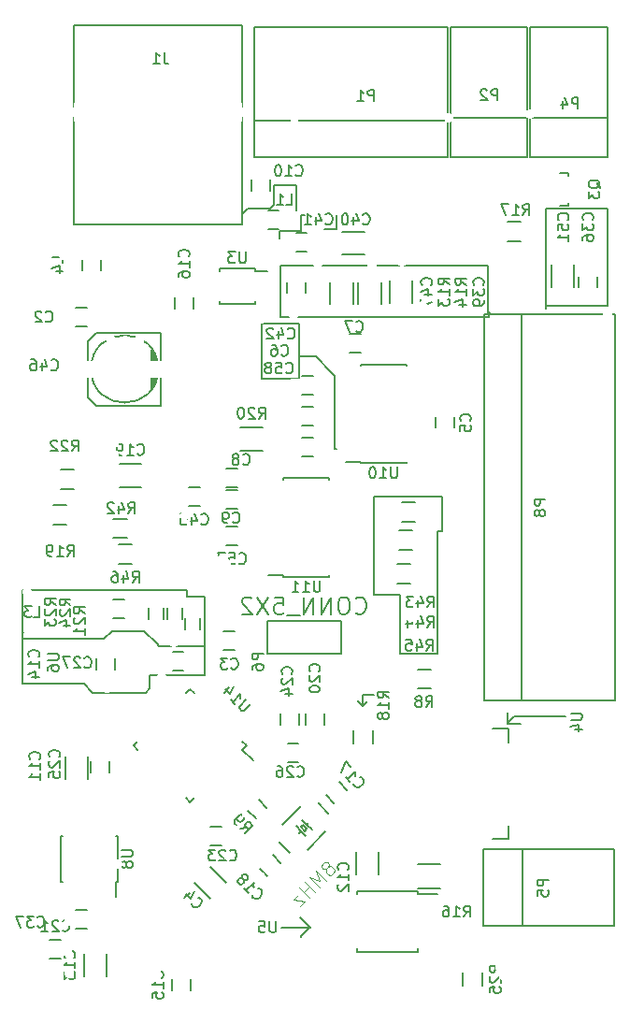
<source format=gbo>
G04 #@! TF.FileFunction,Legend,Bot*
%FSLAX46Y46*%
G04 Gerber Fmt 4.6, Leading zero omitted, Abs format (unit mm)*
G04 Created by KiCad (PCBNEW 4.0.2-4+6225~38~ubuntu14.04.1-stable) date Do 17 Mär 2016 15:21:08 CET*
%MOMM*%
G01*
G04 APERTURE LIST*
%ADD10C,0.150000*%
%ADD11C,0.200000*%
%ADD12C,0.127000*%
%ADD13C,0.088900*%
%ADD14R,1.100000X0.250000*%
%ADD15R,1.500000X1.250000*%
%ADD16C,1.700000*%
%ADD17C,4.000000*%
%ADD18R,1.000000X1.250000*%
%ADD19C,3.649980*%
%ADD20R,1.501140X1.501140*%
%ADD21C,1.501140*%
%ADD22R,1.250000X1.000000*%
%ADD23R,1.500000X1.300000*%
%ADD24R,1.300000X1.500000*%
%ADD25R,1.500000X0.600000*%
%ADD26R,1.700000X0.900000*%
%ADD27R,1.050000X1.050000*%
%ADD28C,1.050000*%
%ADD29R,1.250000X1.500000*%
%ADD30C,0.050000*%
%ADD31R,0.800100X0.800100*%
%ADD32O,2.000000X3.014980*%
%ADD33O,3.014980X2.000000*%
%ADD34R,2.000000X1.700000*%
%ADD35R,3.599180X1.600200*%
%ADD36R,1.600000X1.000000*%
%ADD37R,1.000000X1.600000*%
%ADD38R,1.700000X0.650000*%
%ADD39R,0.800000X1.400000*%
%ADD40R,0.600000X1.550000*%
%ADD41R,0.900000X1.200000*%
%ADD42R,4.600000X1.100000*%
%ADD43R,9.400000X10.800000*%
%ADD44C,2.000000*%
%ADD45C,0.889000*%
%ADD46C,0.600000*%
G04 APERTURE END LIST*
D10*
D11*
X1270000Y-56682640D02*
X1323340Y-56682640D01*
X1270000Y-56050180D02*
X1270000Y-56682640D01*
X1343660Y-56042560D02*
X1303020Y-56042560D01*
X1262380Y-56672480D02*
X5285740Y-56672480D01*
X1262380Y-60751720D02*
X1262380Y-56672480D01*
X6809740Y-60751720D02*
X1262380Y-60751720D01*
X7632700Y-61574680D02*
X6809740Y-60751720D01*
X9918700Y-61574680D02*
X7632700Y-61574680D01*
X12418060Y-61574680D02*
X9918700Y-61574680D01*
X12799060Y-61193680D02*
X12418060Y-61574680D01*
X12799060Y-59944000D02*
X12799060Y-61193680D01*
X17721580Y-59944000D02*
X12799060Y-59944000D01*
X17721580Y-57246520D02*
X17721580Y-59944000D01*
X17729200Y-57325260D02*
X17729200Y-57256680D01*
X13624560Y-57325260D02*
X17729200Y-57325260D01*
X13398500Y-57099200D02*
X13624560Y-57325260D01*
X12265660Y-55966360D02*
X13398500Y-57099200D01*
X9385300Y-55966360D02*
X12265660Y-55966360D01*
X8638540Y-56713120D02*
X9385300Y-55966360D01*
X5245100Y-56713120D02*
X8638540Y-56713120D01*
X1277620Y-52240180D02*
X1277620Y-56057800D01*
X16129000Y-52240180D02*
X1277620Y-52240180D01*
X16129000Y-52880260D02*
X16129000Y-52240180D01*
X17721580Y-52872640D02*
X16116300Y-52872640D01*
X17721580Y-57485280D02*
X17721580Y-52872640D01*
X38783260Y-57993280D02*
X38783260Y-58039000D01*
X35445700Y-57993280D02*
X38783260Y-57993280D01*
X35445700Y-52669440D02*
X35445700Y-57993280D01*
X33103820Y-52669440D02*
X35445700Y-52669440D01*
X33103820Y-43830240D02*
X33103820Y-52669440D01*
X39281100Y-43830240D02*
X33103820Y-43830240D01*
X39281100Y-46939200D02*
X39281100Y-43830240D01*
X38828980Y-46939200D02*
X39281100Y-46939200D01*
X38828980Y-58069480D02*
X38828980Y-46939200D01*
X45153580Y-64371220D02*
X45153580Y-63319660D01*
X45199300Y-64378840D02*
X46372780Y-64378840D01*
X45813980Y-63715900D02*
X45196760Y-64333120D01*
X50396140Y-63715900D02*
X45813980Y-63715900D01*
X31640780Y-62377320D02*
X31640780Y-62298580D01*
X32029400Y-62765940D02*
X31640780Y-62377320D01*
X32067500Y-62788800D02*
X32514540Y-62341760D01*
X32067500Y-61752480D02*
X32067500Y-62788800D01*
X33042860Y-61752480D02*
X32067500Y-61752480D01*
X26499820Y-83566000D02*
X26499820Y-83687920D01*
X27261820Y-82804000D02*
X26499820Y-83566000D01*
X26423620Y-81935320D02*
X26408380Y-81935320D01*
X27292300Y-82804000D02*
X26423620Y-81935320D01*
X24655780Y-82804000D02*
X27292300Y-82804000D01*
X51630580Y-26522680D02*
X48704500Y-26522680D01*
X48691800Y-17698720D02*
X48691800Y-26751280D01*
X54279800Y-17698720D02*
X48691800Y-17698720D01*
X54279800Y-26555700D02*
X54279800Y-17698720D01*
X51653440Y-26555700D02*
X54279800Y-26555700D01*
X43467020Y-27114500D02*
X43578780Y-27114500D01*
X43467020Y-27561540D02*
X43467020Y-27114500D01*
X24579580Y-27561540D02*
X43467020Y-27561540D01*
X24579580Y-22867620D02*
X24579580Y-27561540D01*
X43439080Y-22867620D02*
X24579580Y-22867620D01*
X43439080Y-27226260D02*
X43439080Y-22867620D01*
X26515060Y-18277840D02*
X26774140Y-18277840D01*
X26515060Y-19725640D02*
X26515060Y-18277840D01*
X24488140Y-19725640D02*
X26515060Y-19725640D01*
X24488140Y-20472400D02*
X24488140Y-19725640D01*
X29715460Y-19558000D02*
X28618180Y-19558000D01*
X29715460Y-18293080D02*
X29715460Y-19558000D01*
X21211540Y-18110200D02*
X21196300Y-18110200D01*
X21623020Y-17698720D02*
X21211540Y-18110200D01*
X23695660Y-17698720D02*
X21623020Y-17698720D01*
X24015700Y-17378680D02*
X23695660Y-17698720D01*
X24015700Y-15610840D02*
X24015700Y-17378680D01*
X26073100Y-17866360D02*
X26103580Y-17835880D01*
X26073100Y-15626080D02*
X26073100Y-17866360D01*
X24030940Y-15626080D02*
X26073100Y-15626080D01*
X29540200Y-39458900D02*
X29667200Y-39458900D01*
X29540200Y-32893000D02*
X29540200Y-39458900D01*
X29184600Y-32537400D02*
X29540200Y-32893000D01*
X27787600Y-31140400D02*
X29184600Y-32537400D01*
X26314400Y-31140400D02*
X27787600Y-31140400D01*
X22923500Y-28117800D02*
X22898100Y-28117800D01*
X22923500Y-33172400D02*
X22923500Y-28117800D01*
X26301700Y-33172400D02*
X22923500Y-33172400D01*
X26301700Y-32842200D02*
X26301700Y-33172400D01*
X26301700Y-28168600D02*
X26301700Y-32842200D01*
X23050500Y-28168600D02*
X26301700Y-28168600D01*
D10*
X22325000Y-23125000D02*
X22325000Y-23400000D01*
X19075000Y-23125000D02*
X19075000Y-23400000D01*
X19075000Y-26375000D02*
X19075000Y-26100000D01*
X22325000Y-26375000D02*
X22325000Y-26100000D01*
X22325000Y-23125000D02*
X19075000Y-23125000D01*
X22325000Y-26375000D02*
X19075000Y-26375000D01*
X22325000Y-23400000D02*
X23400000Y-23400000D01*
X9446000Y-53125000D02*
X10446000Y-53125000D01*
X10446000Y-54825000D02*
X9446000Y-54825000D01*
X17303000Y-44649000D02*
X16303000Y-44649000D01*
X16303000Y-42949000D02*
X17303000Y-42949000D01*
X5880000Y-1126000D02*
X21120000Y-1126000D01*
X21120000Y-1126000D02*
X21120000Y-19160000D01*
X21120000Y-19160000D02*
X5880000Y-19160000D01*
X5880000Y-19160000D02*
X5880000Y-1126000D01*
X19732000Y-41298000D02*
X20732000Y-41298000D01*
X20732000Y-42998000D02*
X19732000Y-42998000D01*
X29637080Y-73169473D02*
X27374338Y-70906731D01*
D12*
X23838804Y-74442265D02*
X26101546Y-76705007D01*
X26917547Y-74524289D02*
X26468534Y-74075277D01*
X26468534Y-74075277D02*
X26019522Y-73626264D01*
X26827745Y-74075277D02*
X26468534Y-73716066D01*
X26468534Y-73716066D02*
X26648139Y-73536461D01*
X26648139Y-73536461D02*
X27007350Y-73895672D01*
X27007350Y-73895672D02*
X26827745Y-74075277D01*
X27456362Y-73985474D02*
X27007350Y-73536461D01*
X27007350Y-73536461D02*
X26558337Y-73087449D01*
X27186955Y-73356856D02*
X27007350Y-73536461D01*
X26288929Y-74254882D02*
X26468534Y-74075277D01*
X26101546Y-76705007D02*
X29637080Y-73169473D01*
X23838804Y-74442265D02*
X27374338Y-70906731D01*
D10*
X21537170Y-66352257D02*
X21165939Y-66723488D01*
X16410646Y-61225733D02*
X16039415Y-61596964D01*
X11284122Y-66352257D02*
X11655353Y-65981026D01*
X16410646Y-71478781D02*
X16781877Y-71107550D01*
X21537170Y-66352257D02*
X21165939Y-65981026D01*
X16410646Y-71478781D02*
X16039415Y-71107550D01*
X11284122Y-66352257D02*
X11655353Y-66723488D01*
X16410646Y-61225733D02*
X16781877Y-61596964D01*
X21165939Y-66723488D02*
X22138211Y-67695760D01*
X30908000Y-29106000D02*
X31908000Y-29106000D01*
X31908000Y-30806000D02*
X30908000Y-30806000D01*
X38686000Y-37568000D02*
X38686000Y-36568000D01*
X40386000Y-36568000D02*
X40386000Y-37568000D01*
X26590000Y-35710000D02*
X27590000Y-35710000D01*
X27590000Y-37410000D02*
X26590000Y-37410000D01*
X19732000Y-43203000D02*
X20732000Y-43203000D01*
X20732000Y-44903000D02*
X19732000Y-44903000D01*
X21985500Y-16105000D02*
X21985500Y-15105000D01*
X23685500Y-15105000D02*
X23685500Y-16105000D01*
X29462920Y-71554512D02*
X28755813Y-70847405D01*
X29957894Y-69645324D02*
X30665001Y-70352431D01*
X23932141Y-76263773D02*
X24639248Y-76970880D01*
X23437167Y-78172961D02*
X22730060Y-77465854D01*
X19250000Y-75350000D02*
X18250000Y-75350000D01*
X18250000Y-73650000D02*
X19250000Y-73650000D01*
X26289000Y-63428500D02*
X26289000Y-64428500D01*
X24589000Y-64428500D02*
X24589000Y-63428500D01*
X7400000Y-68750000D02*
X7400000Y-67750000D01*
X9100000Y-67750000D02*
X9100000Y-68750000D01*
X26250000Y-67850000D02*
X25250000Y-67850000D01*
X25250000Y-66150000D02*
X26250000Y-66150000D01*
X14842500Y-57871500D02*
X15842500Y-57871500D01*
X15842500Y-59571500D02*
X14842500Y-59571500D01*
X23348074Y-71975877D02*
X22640968Y-71268771D01*
X21686374Y-72223365D02*
X22393480Y-72930471D01*
X7079500Y-28393000D02*
X6079500Y-28393000D01*
X6079500Y-26693000D02*
X7079500Y-26693000D01*
X38231000Y-59434000D02*
X37031000Y-59434000D01*
X37031000Y-61184000D02*
X38231000Y-61184000D01*
X46359000Y-18921000D02*
X45159000Y-18921000D01*
X45159000Y-20671000D02*
X46359000Y-20671000D01*
X32968800Y-66166800D02*
X32968800Y-64966800D01*
X31218800Y-64966800D02*
X31218800Y-66166800D01*
X24888000Y-51043000D02*
X24888000Y-50928000D01*
X29038000Y-51043000D02*
X29038000Y-50928000D01*
X29038000Y-42143000D02*
X29038000Y-42258000D01*
X24888000Y-42143000D02*
X24888000Y-42258000D01*
X24888000Y-51043000D02*
X29038000Y-51043000D01*
X24888000Y-42143000D02*
X29038000Y-42143000D01*
X24888000Y-50928000D02*
X23513000Y-50928000D01*
X28575000Y-63428500D02*
X28575000Y-64428500D01*
X26875000Y-64428500D02*
X26875000Y-63428500D01*
X15064000Y-26773000D02*
X15064000Y-25773000D01*
X16764000Y-25773000D02*
X16764000Y-26773000D01*
X20732000Y-48205000D02*
X19732000Y-48205000D01*
X19732000Y-46505000D02*
X20732000Y-46505000D01*
X27590000Y-40204000D02*
X26590000Y-40204000D01*
X26590000Y-38504000D02*
X27590000Y-38504000D01*
X24478500Y-19566500D02*
X23478500Y-19566500D01*
X23478500Y-17866500D02*
X24478500Y-17866500D01*
X31213000Y-26384000D02*
X31213000Y-24384000D01*
X29063000Y-24384000D02*
X29063000Y-26384000D01*
X31603000Y-24384000D02*
X31603000Y-26384000D01*
X33753000Y-26384000D02*
X33753000Y-24384000D01*
X4062800Y-46341000D02*
X5262800Y-46341000D01*
X5262800Y-44591000D02*
X4062800Y-44591000D01*
X4710500Y-43102500D02*
X5910500Y-43102500D01*
X5910500Y-41352500D02*
X4710500Y-41352500D01*
X10698400Y-45810200D02*
X9498400Y-45810200D01*
X9498400Y-47560200D02*
X10698400Y-47560200D01*
X35634000Y-46071000D02*
X36834000Y-46071000D01*
X36834000Y-44321000D02*
X35634000Y-44321000D01*
X35380000Y-48611000D02*
X36580000Y-48611000D01*
X36580000Y-46861000D02*
X35380000Y-46861000D01*
X35189500Y-51659000D02*
X36389500Y-51659000D01*
X36389500Y-49909000D02*
X35189500Y-49909000D01*
X11181000Y-48147000D02*
X9981000Y-48147000D01*
X9981000Y-49897000D02*
X11181000Y-49897000D01*
X31873000Y-40756000D02*
X31873000Y-40641000D01*
X36023000Y-40756000D02*
X36023000Y-40641000D01*
X36023000Y-31856000D02*
X36023000Y-31971000D01*
X31873000Y-31856000D02*
X31873000Y-31971000D01*
X31873000Y-40756000D02*
X36023000Y-40756000D01*
X31873000Y-31856000D02*
X36023000Y-31856000D01*
X31873000Y-40641000D02*
X30498000Y-40641000D01*
X24715100Y-55076600D02*
X25604100Y-55076600D01*
X25604100Y-55076600D02*
X25644740Y-55081680D01*
X23429860Y-57172100D02*
X23432400Y-56450740D01*
X23432500Y-58027500D02*
X23432500Y-57227500D01*
X30082500Y-58027500D02*
X23432500Y-58027500D01*
X30082500Y-58027500D02*
X30082500Y-55077500D01*
X30082500Y-55077500D02*
X25532500Y-55077500D01*
X23432500Y-56427500D02*
X23432500Y-55077500D01*
X23432500Y-55077500D02*
X24732500Y-55077500D01*
X8350000Y-22350000D02*
X8350000Y-23350000D01*
X6650000Y-23350000D02*
X6650000Y-22350000D01*
X50650240Y-14700840D02*
X50650240Y-14749100D01*
X49949200Y-17499820D02*
X50650240Y-17499820D01*
X50650240Y-17499820D02*
X50650240Y-17250900D01*
X50650240Y-14700840D02*
X50650240Y-14500180D01*
X50650240Y-14500180D02*
X49949200Y-14500180D01*
X22250000Y-13100000D02*
X22250000Y-1300000D01*
X39750000Y-13100000D02*
X39750000Y-1300000D01*
X39750000Y-9770000D02*
X22250000Y-9770000D01*
X22250000Y-13100000D02*
X39750000Y-13100000D01*
X39750000Y-1300000D02*
X22250000Y-1300000D01*
X43000000Y-75700000D02*
X54800000Y-75700000D01*
X43000000Y-82700000D02*
X54800000Y-82700000D01*
X46580000Y-82700000D02*
X46580000Y-75700000D01*
X43000000Y-75700000D02*
X43000000Y-82700000D01*
X54800000Y-82700000D02*
X54800000Y-75700000D01*
X40000000Y-13100000D02*
X40000000Y-1300000D01*
X47000000Y-13100000D02*
X47000000Y-1300000D01*
X47000000Y-9520000D02*
X40000000Y-9520000D01*
X40000000Y-13100000D02*
X47000000Y-13100000D01*
X47000000Y-1300000D02*
X40000000Y-1300000D01*
X47250000Y-13100000D02*
X47250000Y-1300000D01*
X54250000Y-13100000D02*
X54250000Y-1300000D01*
X54250000Y-9520000D02*
X47250000Y-9520000D01*
X47250000Y-13100000D02*
X54250000Y-13100000D01*
X54250000Y-1300000D02*
X47250000Y-1300000D01*
X43100000Y-27300000D02*
X54900000Y-27300000D01*
X43100000Y-62300000D02*
X54900000Y-62300000D01*
X46430000Y-62300000D02*
X46430000Y-27300000D01*
X43100000Y-27300000D02*
X43100000Y-62300000D01*
X54900000Y-62300000D02*
X54900000Y-27300000D01*
X53340000Y-23868000D02*
X53340000Y-24868000D01*
X51640000Y-24868000D02*
X51640000Y-23868000D01*
X6093200Y-81242800D02*
X7093200Y-81242800D01*
X7093200Y-82942800D02*
X6093200Y-82942800D01*
X27018500Y-21662000D02*
X26018500Y-21662000D01*
X26018500Y-19962000D02*
X27018500Y-19962000D01*
X27590000Y-34616000D02*
X26590000Y-34616000D01*
X26590000Y-32916000D02*
X27590000Y-32916000D01*
X26924000Y-24376000D02*
X26924000Y-25376000D01*
X25224000Y-25376000D02*
X25224000Y-24376000D01*
X21010000Y-39667000D02*
X23010000Y-39667000D01*
X23010000Y-37517000D02*
X21010000Y-37517000D01*
X18232322Y-80181891D02*
X16818109Y-78767678D01*
X18267678Y-77318109D02*
X19681891Y-78732322D01*
X13421000Y-31488000D02*
X13421000Y-33012000D01*
X13294000Y-33393000D02*
X13294000Y-31107000D01*
X13167000Y-30853000D02*
X13167000Y-33647000D01*
X13040000Y-33901000D02*
X13040000Y-30599000D01*
X12913000Y-30472000D02*
X12913000Y-34028000D01*
X13802000Y-28948000D02*
X13802000Y-35552000D01*
X13802000Y-35552000D02*
X7960000Y-35552000D01*
X7960000Y-35552000D02*
X7198000Y-34790000D01*
X7198000Y-34790000D02*
X7198000Y-29710000D01*
X7198000Y-29710000D02*
X7960000Y-28948000D01*
X7960000Y-28948000D02*
X13802000Y-28948000D01*
X8341000Y-32250000D02*
X9103000Y-32250000D01*
X8722000Y-31869000D02*
X8722000Y-32631000D01*
X13548000Y-32250000D02*
G75*
G03X13548000Y-32250000I-3048000J0D01*
G01*
X20478000Y-57730000D02*
X19478000Y-57730000D01*
X19478000Y-56030000D02*
X20478000Y-56030000D01*
X34510500Y-26257000D02*
X34510500Y-24257000D01*
X36560500Y-24257000D02*
X36560500Y-26257000D01*
X30217500Y-19850500D02*
X32217500Y-19850500D01*
X32217500Y-21900500D02*
X30217500Y-21900500D01*
X10024500Y-40869000D02*
X12024500Y-40869000D01*
X12024500Y-42919000D02*
X10024500Y-42919000D01*
X5110000Y-69335400D02*
X5110000Y-67335400D01*
X7160000Y-67335400D02*
X7160000Y-69335400D01*
X51229000Y-22796500D02*
X51229000Y-24796500D01*
X49179000Y-24796500D02*
X49179000Y-22796500D01*
X6838200Y-87207600D02*
X6838200Y-85207600D01*
X8888200Y-85207600D02*
X8888200Y-87207600D01*
X37079000Y-79525000D02*
X37079000Y-79825000D01*
X31579000Y-79525000D02*
X31579000Y-79825000D01*
X31579000Y-85035000D02*
X31579000Y-84735000D01*
X37079000Y-85035000D02*
X37079000Y-84735000D01*
X37079000Y-79525000D02*
X31579000Y-79525000D01*
X37079000Y-85035000D02*
X31579000Y-85035000D01*
X37079000Y-79825000D02*
X38829000Y-79825000D01*
X31449800Y-77971400D02*
X31449800Y-75971400D01*
X33499800Y-75971400D02*
X33499800Y-77971400D01*
X39062800Y-77115600D02*
X37062800Y-77115600D01*
X37062800Y-79265600D02*
X39062800Y-79265600D01*
X7953000Y-59491500D02*
X7953000Y-58491500D01*
X9653000Y-58491500D02*
X9653000Y-59491500D01*
X14785600Y-88511000D02*
X14785600Y-87511000D01*
X16485600Y-87511000D02*
X16485600Y-88511000D01*
X9853000Y-78665400D02*
X9708000Y-78665400D01*
X9853000Y-74515400D02*
X9708000Y-74515400D01*
X4703000Y-74515400D02*
X4848000Y-74515400D01*
X4703000Y-78665400D02*
X4848000Y-78665400D01*
X9853000Y-78665400D02*
X9853000Y-74515400D01*
X4703000Y-78665400D02*
X4703000Y-74515400D01*
X9708000Y-78665400D02*
X9708000Y-80065400D01*
X16002000Y-54808500D02*
X16002000Y-55808500D01*
X17352000Y-55808500D02*
X17352000Y-54808500D01*
X14050000Y-54919500D02*
X14050000Y-53919500D01*
X12700000Y-53919500D02*
X12700000Y-54919500D01*
X14351000Y-53919500D02*
X14351000Y-54919500D01*
X15701000Y-54919500D02*
X15701000Y-53919500D01*
X3731000Y-83960600D02*
X4731000Y-83960600D01*
X4731000Y-85660600D02*
X3731000Y-85660600D01*
X45291000Y-74834000D02*
X45291000Y-73584000D01*
X45291000Y-74834000D02*
X43791000Y-74834000D01*
X45291000Y-64834000D02*
X43791000Y-64834000D01*
X45291000Y-64834000D02*
X45291000Y-66084000D01*
X41125000Y-86900000D02*
X41125000Y-88100000D01*
X42875000Y-88100000D02*
X42875000Y-86900000D01*
X21461905Y-21652381D02*
X21461905Y-22461905D01*
X21414286Y-22557143D01*
X21366667Y-22604762D01*
X21271429Y-22652381D01*
X21080952Y-22652381D01*
X20985714Y-22604762D01*
X20938095Y-22557143D01*
X20890476Y-22461905D01*
X20890476Y-21652381D01*
X20509524Y-21652381D02*
X19890476Y-21652381D01*
X20223810Y-22033333D01*
X20080952Y-22033333D01*
X19985714Y-22080952D01*
X19938095Y-22128571D01*
X19890476Y-22223810D01*
X19890476Y-22461905D01*
X19938095Y-22557143D01*
X19985714Y-22604762D01*
X20080952Y-22652381D01*
X20366667Y-22652381D01*
X20461905Y-22604762D01*
X20509524Y-22557143D01*
X2302806Y-54727101D02*
X2778997Y-54727101D01*
X2778997Y-53727101D01*
X2064711Y-53727101D02*
X1445663Y-53727101D01*
X1778997Y-54108053D01*
X1636139Y-54108053D01*
X1540901Y-54155672D01*
X1493282Y-54203291D01*
X1445663Y-54298530D01*
X1445663Y-54536625D01*
X1493282Y-54631863D01*
X1540901Y-54679482D01*
X1636139Y-54727101D01*
X1921854Y-54727101D01*
X2017092Y-54679482D01*
X2064711Y-54631863D01*
X17445857Y-46256143D02*
X17493476Y-46303762D01*
X17636333Y-46351381D01*
X17731571Y-46351381D01*
X17874429Y-46303762D01*
X17969667Y-46208524D01*
X18017286Y-46113286D01*
X18064905Y-45922810D01*
X18064905Y-45779952D01*
X18017286Y-45589476D01*
X17969667Y-45494238D01*
X17874429Y-45399000D01*
X17731571Y-45351381D01*
X17636333Y-45351381D01*
X17493476Y-45399000D01*
X17445857Y-45446619D01*
X16588714Y-45684714D02*
X16588714Y-46351381D01*
X16826810Y-45303762D02*
X17064905Y-46018048D01*
X16445857Y-46018048D01*
X15588714Y-45351381D02*
X16064905Y-45351381D01*
X16112524Y-45827571D01*
X16064905Y-45779952D01*
X15969667Y-45732333D01*
X15731571Y-45732333D01*
X15636333Y-45779952D01*
X15588714Y-45827571D01*
X15541095Y-45922810D01*
X15541095Y-46160905D01*
X15588714Y-46256143D01*
X15636333Y-46303762D01*
X15731571Y-46351381D01*
X15969667Y-46351381D01*
X16064905Y-46303762D01*
X16112524Y-46256143D01*
X14087333Y-3626381D02*
X14087333Y-4340667D01*
X14134953Y-4483524D01*
X14230191Y-4578762D01*
X14373048Y-4626381D01*
X14468286Y-4626381D01*
X13087333Y-4626381D02*
X13658762Y-4626381D01*
X13373048Y-4626381D02*
X13373048Y-3626381D01*
X13468286Y-3769238D01*
X13563524Y-3864476D01*
X13658762Y-3912095D01*
X21223266Y-40844743D02*
X21270885Y-40892362D01*
X21413742Y-40939981D01*
X21508980Y-40939981D01*
X21651838Y-40892362D01*
X21747076Y-40797124D01*
X21794695Y-40701886D01*
X21842314Y-40511410D01*
X21842314Y-40368552D01*
X21794695Y-40178076D01*
X21747076Y-40082838D01*
X21651838Y-39987600D01*
X21508980Y-39939981D01*
X21413742Y-39939981D01*
X21270885Y-39987600D01*
X21223266Y-40035219D01*
X20651838Y-40368552D02*
X20747076Y-40320933D01*
X20794695Y-40273314D01*
X20842314Y-40178076D01*
X20842314Y-40130457D01*
X20794695Y-40035219D01*
X20747076Y-39987600D01*
X20651838Y-39939981D01*
X20461361Y-39939981D01*
X20366123Y-39987600D01*
X20318504Y-40035219D01*
X20270885Y-40130457D01*
X20270885Y-40178076D01*
X20318504Y-40273314D01*
X20366123Y-40320933D01*
X20461361Y-40368552D01*
X20651838Y-40368552D01*
X20747076Y-40416171D01*
X20794695Y-40463790D01*
X20842314Y-40559029D01*
X20842314Y-40749505D01*
X20794695Y-40844743D01*
X20747076Y-40892362D01*
X20651838Y-40939981D01*
X20461361Y-40939981D01*
X20366123Y-40892362D01*
X20318504Y-40844743D01*
X20270885Y-40749505D01*
X20270885Y-40559029D01*
X20318504Y-40463790D01*
X20366123Y-40416171D01*
X20461361Y-40368552D01*
D13*
X28948157Y-77327528D02*
X28990920Y-77199238D01*
X28990920Y-77113712D01*
X28948157Y-76985423D01*
X28905394Y-76942660D01*
X28777104Y-76899896D01*
X28691578Y-76899896D01*
X28563289Y-76942660D01*
X28392237Y-77113712D01*
X28349473Y-77242001D01*
X28349473Y-77327527D01*
X28392237Y-77455817D01*
X28435000Y-77498580D01*
X28563289Y-77541343D01*
X28648815Y-77541343D01*
X28777105Y-77498580D01*
X28948157Y-77327528D01*
X29076447Y-77284764D01*
X29161973Y-77284764D01*
X29290262Y-77327527D01*
X29461314Y-77498580D01*
X29504077Y-77626869D01*
X29504078Y-77712396D01*
X29461314Y-77840685D01*
X29290262Y-78011737D01*
X29161973Y-78054501D01*
X29076446Y-78054500D01*
X28948157Y-78011737D01*
X28777104Y-77840685D01*
X28734341Y-77712396D01*
X28734341Y-77626870D01*
X28777105Y-77498580D01*
X28734341Y-78567658D02*
X27836316Y-77669633D01*
X28178421Y-78610421D01*
X27237632Y-78268317D01*
X28135657Y-79166342D01*
X27708026Y-79593974D02*
X26810000Y-78695948D01*
X27237632Y-79123579D02*
X26724474Y-79636737D01*
X27194869Y-80107131D02*
X26296843Y-79209105D01*
X26254079Y-79850552D02*
X25783685Y-80320947D01*
X26852763Y-80449236D01*
X26382369Y-80919631D01*
D10*
X21915977Y-62597856D02*
X21343558Y-63170276D01*
X21242542Y-63203948D01*
X21175199Y-63203948D01*
X21074184Y-63170276D01*
X20939496Y-63035589D01*
X20905825Y-62934573D01*
X20905825Y-62867230D01*
X20939496Y-62766215D01*
X21511916Y-62193795D01*
X20097703Y-62193795D02*
X20501764Y-62597856D01*
X20299734Y-62395826D02*
X21006840Y-61688719D01*
X20973169Y-61857078D01*
X20973169Y-61991765D01*
X21006840Y-62092780D01*
X19963016Y-61116299D02*
X19491611Y-61587703D01*
X20400749Y-61015284D02*
X20064031Y-61688719D01*
X19626298Y-61250986D01*
X31479786Y-28812763D02*
X31527405Y-28860382D01*
X31670262Y-28908001D01*
X31765500Y-28908001D01*
X31908358Y-28860382D01*
X32003596Y-28765144D01*
X32051215Y-28669906D01*
X32098834Y-28479430D01*
X32098834Y-28336572D01*
X32051215Y-28146096D01*
X32003596Y-28050858D01*
X31908358Y-27955620D01*
X31765500Y-27908001D01*
X31670262Y-27908001D01*
X31527405Y-27955620D01*
X31479786Y-28003239D01*
X31146453Y-27908001D02*
X30479786Y-27908001D01*
X30908358Y-28908001D01*
X41784543Y-36950354D02*
X41832162Y-36902735D01*
X41879781Y-36759878D01*
X41879781Y-36664640D01*
X41832162Y-36521782D01*
X41736924Y-36426544D01*
X41641686Y-36378925D01*
X41451210Y-36331306D01*
X41308352Y-36331306D01*
X41117876Y-36378925D01*
X41022638Y-36426544D01*
X40927400Y-36521782D01*
X40879781Y-36664640D01*
X40879781Y-36759878D01*
X40927400Y-36902735D01*
X40975019Y-36950354D01*
X40879781Y-37855116D02*
X40879781Y-37378925D01*
X41355971Y-37331306D01*
X41308352Y-37378925D01*
X41260733Y-37474163D01*
X41260733Y-37712259D01*
X41308352Y-37807497D01*
X41355971Y-37855116D01*
X41451210Y-37902735D01*
X41689305Y-37902735D01*
X41784543Y-37855116D01*
X41832162Y-37807497D01*
X41879781Y-37712259D01*
X41879781Y-37474163D01*
X41832162Y-37378925D01*
X41784543Y-37331306D01*
X24703066Y-30976843D02*
X24750685Y-31024462D01*
X24893542Y-31072081D01*
X24988780Y-31072081D01*
X25131638Y-31024462D01*
X25226876Y-30929224D01*
X25274495Y-30833986D01*
X25322114Y-30643510D01*
X25322114Y-30500652D01*
X25274495Y-30310176D01*
X25226876Y-30214938D01*
X25131638Y-30119700D01*
X24988780Y-30072081D01*
X24893542Y-30072081D01*
X24750685Y-30119700D01*
X24703066Y-30167319D01*
X23845923Y-30072081D02*
X24036400Y-30072081D01*
X24131638Y-30119700D01*
X24179257Y-30167319D01*
X24274495Y-30310176D01*
X24322114Y-30500652D01*
X24322114Y-30881605D01*
X24274495Y-30976843D01*
X24226876Y-31024462D01*
X24131638Y-31072081D01*
X23941161Y-31072081D01*
X23845923Y-31024462D01*
X23798304Y-30976843D01*
X23750685Y-30881605D01*
X23750685Y-30643510D01*
X23798304Y-30548271D01*
X23845923Y-30500652D01*
X23941161Y-30453033D01*
X24131638Y-30453033D01*
X24226876Y-30500652D01*
X24274495Y-30548271D01*
X24322114Y-30643510D01*
X20296166Y-46115243D02*
X20343785Y-46162862D01*
X20486642Y-46210481D01*
X20581880Y-46210481D01*
X20724738Y-46162862D01*
X20819976Y-46067624D01*
X20867595Y-45972386D01*
X20915214Y-45781910D01*
X20915214Y-45639052D01*
X20867595Y-45448576D01*
X20819976Y-45353338D01*
X20724738Y-45258100D01*
X20581880Y-45210481D01*
X20486642Y-45210481D01*
X20343785Y-45258100D01*
X20296166Y-45305719D01*
X19819976Y-46210481D02*
X19629500Y-46210481D01*
X19534261Y-46162862D01*
X19486642Y-46115243D01*
X19391404Y-45972386D01*
X19343785Y-45781910D01*
X19343785Y-45400957D01*
X19391404Y-45305719D01*
X19439023Y-45258100D01*
X19534261Y-45210481D01*
X19724738Y-45210481D01*
X19819976Y-45258100D01*
X19867595Y-45305719D01*
X19915214Y-45400957D01*
X19915214Y-45639052D01*
X19867595Y-45734290D01*
X19819976Y-45781910D01*
X19724738Y-45829529D01*
X19534261Y-45829529D01*
X19439023Y-45781910D01*
X19391404Y-45734290D01*
X19343785Y-45639052D01*
X26004757Y-14682743D02*
X26052376Y-14730362D01*
X26195233Y-14777981D01*
X26290471Y-14777981D01*
X26433329Y-14730362D01*
X26528567Y-14635124D01*
X26576186Y-14539886D01*
X26623805Y-14349410D01*
X26623805Y-14206552D01*
X26576186Y-14016076D01*
X26528567Y-13920838D01*
X26433329Y-13825600D01*
X26290471Y-13777981D01*
X26195233Y-13777981D01*
X26052376Y-13825600D01*
X26004757Y-13873219D01*
X25052376Y-14777981D02*
X25623805Y-14777981D01*
X25338091Y-14777981D02*
X25338091Y-13777981D01*
X25433329Y-13920838D01*
X25528567Y-14016076D01*
X25623805Y-14063695D01*
X24433329Y-13777981D02*
X24338090Y-13777981D01*
X24242852Y-13825600D01*
X24195233Y-13873219D01*
X24147614Y-13968457D01*
X24099995Y-14158933D01*
X24099995Y-14397029D01*
X24147614Y-14587505D01*
X24195233Y-14682743D01*
X24242852Y-14730362D01*
X24338090Y-14777981D01*
X24433329Y-14777981D01*
X24528567Y-14730362D01*
X24576186Y-14682743D01*
X24623805Y-14587505D01*
X24671424Y-14397029D01*
X24671424Y-14158933D01*
X24623805Y-13968457D01*
X24576186Y-13873219D01*
X24528567Y-13825600D01*
X24433329Y-13777981D01*
X31253529Y-69795107D02*
X31253529Y-69862450D01*
X31320873Y-69997137D01*
X31388216Y-70064481D01*
X31522904Y-70131825D01*
X31657591Y-70131825D01*
X31758606Y-70098153D01*
X31926964Y-69997138D01*
X32027980Y-69896122D01*
X32128995Y-69727763D01*
X32162667Y-69626748D01*
X32162667Y-69492061D01*
X32095323Y-69357374D01*
X32027980Y-69290030D01*
X31893293Y-69222687D01*
X31825949Y-69222687D01*
X30512751Y-69189015D02*
X30916812Y-69593076D01*
X30714782Y-69391046D02*
X31421889Y-68683939D01*
X31388217Y-68852298D01*
X31388217Y-68986985D01*
X31421889Y-69088000D01*
X30984156Y-68246206D02*
X30512751Y-67774802D01*
X30108690Y-68784955D01*
X22046030Y-79891607D02*
X22046030Y-79958950D01*
X22113374Y-80093637D01*
X22180717Y-80160981D01*
X22315405Y-80228325D01*
X22450092Y-80228325D01*
X22551107Y-80194653D01*
X22719465Y-80093638D01*
X22820481Y-79992622D01*
X22921496Y-79824263D01*
X22955168Y-79723248D01*
X22955168Y-79588561D01*
X22887824Y-79453874D01*
X22820481Y-79386530D01*
X22685794Y-79319187D01*
X22618450Y-79319187D01*
X21305252Y-79285515D02*
X21709313Y-79689576D01*
X21507283Y-79487546D02*
X22214390Y-78780439D01*
X22180718Y-78948798D01*
X22180718Y-79083485D01*
X22214390Y-79184500D01*
X21305253Y-78477393D02*
X21406268Y-78511065D01*
X21473611Y-78511065D01*
X21574626Y-78477393D01*
X21608298Y-78443722D01*
X21641970Y-78342706D01*
X21641970Y-78275363D01*
X21608298Y-78174348D01*
X21473610Y-78039660D01*
X21372595Y-78005988D01*
X21305252Y-78005988D01*
X21204237Y-78039660D01*
X21170565Y-78073332D01*
X21136893Y-78174347D01*
X21136893Y-78241690D01*
X21170565Y-78342706D01*
X21305253Y-78477393D01*
X21338924Y-78578408D01*
X21338924Y-78645752D01*
X21305252Y-78746768D01*
X21170565Y-78881455D01*
X21069550Y-78915126D01*
X21002206Y-78915126D01*
X20901191Y-78881455D01*
X20766504Y-78746767D01*
X20732832Y-78645752D01*
X20732832Y-78578408D01*
X20766504Y-78477393D01*
X20901190Y-78342706D01*
X21002206Y-78309034D01*
X21069550Y-78309034D01*
X21170565Y-78342706D01*
X20010357Y-76684143D02*
X20057976Y-76731762D01*
X20200833Y-76779381D01*
X20296071Y-76779381D01*
X20438929Y-76731762D01*
X20534167Y-76636524D01*
X20581786Y-76541286D01*
X20629405Y-76350810D01*
X20629405Y-76207952D01*
X20581786Y-76017476D01*
X20534167Y-75922238D01*
X20438929Y-75827000D01*
X20296071Y-75779381D01*
X20200833Y-75779381D01*
X20057976Y-75827000D01*
X20010357Y-75874619D01*
X19629405Y-75874619D02*
X19581786Y-75827000D01*
X19486548Y-75779381D01*
X19248452Y-75779381D01*
X19153214Y-75827000D01*
X19105595Y-75874619D01*
X19057976Y-75969857D01*
X19057976Y-76065095D01*
X19105595Y-76207952D01*
X19677024Y-76779381D01*
X19057976Y-76779381D01*
X18724643Y-75779381D02*
X18105595Y-75779381D01*
X18438929Y-76160333D01*
X18296071Y-76160333D01*
X18200833Y-76207952D01*
X18153214Y-76255571D01*
X18105595Y-76350810D01*
X18105595Y-76588905D01*
X18153214Y-76684143D01*
X18200833Y-76731762D01*
X18296071Y-76779381D01*
X18581786Y-76779381D01*
X18677024Y-76731762D01*
X18724643Y-76684143D01*
X25607143Y-59857143D02*
X25654762Y-59809524D01*
X25702381Y-59666667D01*
X25702381Y-59571429D01*
X25654762Y-59428571D01*
X25559524Y-59333333D01*
X25464286Y-59285714D01*
X25273810Y-59238095D01*
X25130952Y-59238095D01*
X24940476Y-59285714D01*
X24845238Y-59333333D01*
X24750000Y-59428571D01*
X24702381Y-59571429D01*
X24702381Y-59666667D01*
X24750000Y-59809524D01*
X24797619Y-59857143D01*
X24797619Y-60238095D02*
X24750000Y-60285714D01*
X24702381Y-60380952D01*
X24702381Y-60619048D01*
X24750000Y-60714286D01*
X24797619Y-60761905D01*
X24892857Y-60809524D01*
X24988095Y-60809524D01*
X25130952Y-60761905D01*
X25702381Y-60190476D01*
X25702381Y-60809524D01*
X25035714Y-61666667D02*
X25702381Y-61666667D01*
X24654762Y-61428571D02*
X25369048Y-61190476D01*
X25369048Y-61809524D01*
X4548143Y-67365643D02*
X4595762Y-67318024D01*
X4643381Y-67175167D01*
X4643381Y-67079929D01*
X4595762Y-66937071D01*
X4500524Y-66841833D01*
X4405286Y-66794214D01*
X4214810Y-66746595D01*
X4071952Y-66746595D01*
X3881476Y-66794214D01*
X3786238Y-66841833D01*
X3691000Y-66937071D01*
X3643381Y-67079929D01*
X3643381Y-67175167D01*
X3691000Y-67318024D01*
X3738619Y-67365643D01*
X3738619Y-67746595D02*
X3691000Y-67794214D01*
X3643381Y-67889452D01*
X3643381Y-68127548D01*
X3691000Y-68222786D01*
X3738619Y-68270405D01*
X3833857Y-68318024D01*
X3929095Y-68318024D01*
X4071952Y-68270405D01*
X4643381Y-67698976D01*
X4643381Y-68318024D01*
X3643381Y-69222786D02*
X3643381Y-68746595D01*
X4119571Y-68698976D01*
X4071952Y-68746595D01*
X4024333Y-68841833D01*
X4024333Y-69079929D01*
X4071952Y-69175167D01*
X4119571Y-69222786D01*
X4214810Y-69270405D01*
X4452905Y-69270405D01*
X4548143Y-69222786D01*
X4595762Y-69175167D01*
X4643381Y-69079929D01*
X4643381Y-68841833D01*
X4595762Y-68746595D01*
X4548143Y-68698976D01*
X26142857Y-69107143D02*
X26190476Y-69154762D01*
X26333333Y-69202381D01*
X26428571Y-69202381D01*
X26571429Y-69154762D01*
X26666667Y-69059524D01*
X26714286Y-68964286D01*
X26761905Y-68773810D01*
X26761905Y-68630952D01*
X26714286Y-68440476D01*
X26666667Y-68345238D01*
X26571429Y-68250000D01*
X26428571Y-68202381D01*
X26333333Y-68202381D01*
X26190476Y-68250000D01*
X26142857Y-68297619D01*
X25761905Y-68297619D02*
X25714286Y-68250000D01*
X25619048Y-68202381D01*
X25380952Y-68202381D01*
X25285714Y-68250000D01*
X25238095Y-68297619D01*
X25190476Y-68392857D01*
X25190476Y-68488095D01*
X25238095Y-68630952D01*
X25809524Y-69202381D01*
X25190476Y-69202381D01*
X24333333Y-68202381D02*
X24523810Y-68202381D01*
X24619048Y-68250000D01*
X24666667Y-68297619D01*
X24761905Y-68440476D01*
X24809524Y-68630952D01*
X24809524Y-69011905D01*
X24761905Y-69107143D01*
X24714286Y-69154762D01*
X24619048Y-69202381D01*
X24428571Y-69202381D01*
X24333333Y-69154762D01*
X24285714Y-69107143D01*
X24238095Y-69011905D01*
X24238095Y-68773810D01*
X24285714Y-68678571D01*
X24333333Y-68630952D01*
X24428571Y-68583333D01*
X24619048Y-68583333D01*
X24714286Y-68630952D01*
X24761905Y-68678571D01*
X24809524Y-68773810D01*
X6865857Y-59221643D02*
X6913476Y-59269262D01*
X7056333Y-59316881D01*
X7151571Y-59316881D01*
X7294429Y-59269262D01*
X7389667Y-59174024D01*
X7437286Y-59078786D01*
X7484905Y-58888310D01*
X7484905Y-58745452D01*
X7437286Y-58554976D01*
X7389667Y-58459738D01*
X7294429Y-58364500D01*
X7151571Y-58316881D01*
X7056333Y-58316881D01*
X6913476Y-58364500D01*
X6865857Y-58412119D01*
X6484905Y-58412119D02*
X6437286Y-58364500D01*
X6342048Y-58316881D01*
X6103952Y-58316881D01*
X6008714Y-58364500D01*
X5961095Y-58412119D01*
X5913476Y-58507357D01*
X5913476Y-58602595D01*
X5961095Y-58745452D01*
X6532524Y-59316881D01*
X5913476Y-59316881D01*
X5580143Y-58316881D02*
X4913476Y-58316881D01*
X5342048Y-59316881D01*
X20971690Y-73880856D02*
X21544111Y-73779841D01*
X21375751Y-74284918D02*
X22082858Y-73577811D01*
X21813484Y-73308436D01*
X21712468Y-73274765D01*
X21645125Y-73274765D01*
X21544110Y-73308436D01*
X21443095Y-73409452D01*
X21409423Y-73510467D01*
X21409423Y-73577810D01*
X21443095Y-73678825D01*
X21712469Y-73948200D01*
X20634973Y-73544139D02*
X20500286Y-73409452D01*
X20466614Y-73308436D01*
X20466614Y-73241093D01*
X20500285Y-73072734D01*
X20601300Y-72904376D01*
X20870675Y-72635001D01*
X20971690Y-72601330D01*
X21039033Y-72601330D01*
X21140049Y-72635001D01*
X21274736Y-72769689D01*
X21308408Y-72870704D01*
X21308408Y-72938048D01*
X21274736Y-73039063D01*
X21106378Y-73207421D01*
X21005362Y-73241093D01*
X20938018Y-73241094D01*
X20837003Y-73207422D01*
X20702316Y-73072734D01*
X20668644Y-72971719D01*
X20668645Y-72904375D01*
X20702316Y-72803360D01*
X3341666Y-27916143D02*
X3389285Y-27963762D01*
X3532142Y-28011381D01*
X3627380Y-28011381D01*
X3770238Y-27963762D01*
X3865476Y-27868524D01*
X3913095Y-27773286D01*
X3960714Y-27582810D01*
X3960714Y-27439952D01*
X3913095Y-27249476D01*
X3865476Y-27154238D01*
X3770238Y-27059000D01*
X3627380Y-27011381D01*
X3532142Y-27011381D01*
X3389285Y-27059000D01*
X3341666Y-27106619D01*
X2960714Y-27106619D02*
X2913095Y-27059000D01*
X2817857Y-27011381D01*
X2579761Y-27011381D01*
X2484523Y-27059000D01*
X2436904Y-27106619D01*
X2389285Y-27201857D01*
X2389285Y-27297095D01*
X2436904Y-27439952D01*
X3008333Y-28011381D01*
X2389285Y-28011381D01*
X37797666Y-62861381D02*
X38131000Y-62385190D01*
X38369095Y-62861381D02*
X38369095Y-61861381D01*
X37988142Y-61861381D01*
X37892904Y-61909000D01*
X37845285Y-61956619D01*
X37797666Y-62051857D01*
X37797666Y-62194714D01*
X37845285Y-62289952D01*
X37892904Y-62337571D01*
X37988142Y-62385190D01*
X38369095Y-62385190D01*
X37226238Y-62289952D02*
X37321476Y-62242333D01*
X37369095Y-62194714D01*
X37416714Y-62099476D01*
X37416714Y-62051857D01*
X37369095Y-61956619D01*
X37321476Y-61909000D01*
X37226238Y-61861381D01*
X37035761Y-61861381D01*
X36940523Y-61909000D01*
X36892904Y-61956619D01*
X36845285Y-62051857D01*
X36845285Y-62099476D01*
X36892904Y-62194714D01*
X36940523Y-62242333D01*
X37035761Y-62289952D01*
X37226238Y-62289952D01*
X37321476Y-62337571D01*
X37369095Y-62385190D01*
X37416714Y-62480429D01*
X37416714Y-62670905D01*
X37369095Y-62766143D01*
X37321476Y-62813762D01*
X37226238Y-62861381D01*
X37035761Y-62861381D01*
X36940523Y-62813762D01*
X36892904Y-62766143D01*
X36845285Y-62670905D01*
X36845285Y-62480429D01*
X36892904Y-62385190D01*
X36940523Y-62337571D01*
X37035761Y-62289952D01*
X46573677Y-18318741D02*
X46907011Y-17842550D01*
X47145106Y-18318741D02*
X47145106Y-17318741D01*
X46764153Y-17318741D01*
X46668915Y-17366360D01*
X46621296Y-17413979D01*
X46573677Y-17509217D01*
X46573677Y-17652074D01*
X46621296Y-17747312D01*
X46668915Y-17794931D01*
X46764153Y-17842550D01*
X47145106Y-17842550D01*
X45621296Y-18318741D02*
X46192725Y-18318741D01*
X45907011Y-18318741D02*
X45907011Y-17318741D01*
X46002249Y-17461598D01*
X46097487Y-17556836D01*
X46192725Y-17604455D01*
X45287963Y-17318741D02*
X44621296Y-17318741D01*
X45049868Y-18318741D01*
X34424881Y-62031643D02*
X33948690Y-61698309D01*
X34424881Y-61460214D02*
X33424881Y-61460214D01*
X33424881Y-61841167D01*
X33472500Y-61936405D01*
X33520119Y-61984024D01*
X33615357Y-62031643D01*
X33758214Y-62031643D01*
X33853452Y-61984024D01*
X33901071Y-61936405D01*
X33948690Y-61841167D01*
X33948690Y-61460214D01*
X34424881Y-62984024D02*
X34424881Y-62412595D01*
X34424881Y-62698309D02*
X33424881Y-62698309D01*
X33567738Y-62603071D01*
X33662976Y-62507833D01*
X33710595Y-62412595D01*
X33853452Y-63555452D02*
X33805833Y-63460214D01*
X33758214Y-63412595D01*
X33662976Y-63364976D01*
X33615357Y-63364976D01*
X33520119Y-63412595D01*
X33472500Y-63460214D01*
X33424881Y-63555452D01*
X33424881Y-63745929D01*
X33472500Y-63841167D01*
X33520119Y-63888786D01*
X33615357Y-63936405D01*
X33662976Y-63936405D01*
X33758214Y-63888786D01*
X33805833Y-63841167D01*
X33853452Y-63745929D01*
X33853452Y-63555452D01*
X33901071Y-63460214D01*
X33948690Y-63412595D01*
X34043929Y-63364976D01*
X34234405Y-63364976D01*
X34329643Y-63412595D01*
X34377262Y-63460214D01*
X34424881Y-63555452D01*
X34424881Y-63745929D01*
X34377262Y-63841167D01*
X34329643Y-63888786D01*
X34234405Y-63936405D01*
X34043929Y-63936405D01*
X33948690Y-63888786D01*
X33901071Y-63841167D01*
X33853452Y-63745929D01*
X28201095Y-51420381D02*
X28201095Y-52229905D01*
X28153476Y-52325143D01*
X28105857Y-52372762D01*
X28010619Y-52420381D01*
X27820142Y-52420381D01*
X27724904Y-52372762D01*
X27677285Y-52325143D01*
X27629666Y-52229905D01*
X27629666Y-51420381D01*
X26629666Y-52420381D02*
X27201095Y-52420381D01*
X26915381Y-52420381D02*
X26915381Y-51420381D01*
X27010619Y-51563238D01*
X27105857Y-51658476D01*
X27201095Y-51706095D01*
X25677285Y-52420381D02*
X26248714Y-52420381D01*
X25963000Y-52420381D02*
X25963000Y-51420381D01*
X26058238Y-51563238D01*
X26153476Y-51658476D01*
X26248714Y-51706095D01*
X28107143Y-59607143D02*
X28154762Y-59559524D01*
X28202381Y-59416667D01*
X28202381Y-59321429D01*
X28154762Y-59178571D01*
X28059524Y-59083333D01*
X27964286Y-59035714D01*
X27773810Y-58988095D01*
X27630952Y-58988095D01*
X27440476Y-59035714D01*
X27345238Y-59083333D01*
X27250000Y-59178571D01*
X27202381Y-59321429D01*
X27202381Y-59416667D01*
X27250000Y-59559524D01*
X27297619Y-59607143D01*
X27297619Y-59988095D02*
X27250000Y-60035714D01*
X27202381Y-60130952D01*
X27202381Y-60369048D01*
X27250000Y-60464286D01*
X27297619Y-60511905D01*
X27392857Y-60559524D01*
X27488095Y-60559524D01*
X27630952Y-60511905D01*
X28202381Y-59940476D01*
X28202381Y-60559524D01*
X27202381Y-61178571D02*
X27202381Y-61273810D01*
X27250000Y-61369048D01*
X27297619Y-61416667D01*
X27392857Y-61464286D01*
X27583333Y-61511905D01*
X27821429Y-61511905D01*
X28011905Y-61464286D01*
X28107143Y-61416667D01*
X28154762Y-61369048D01*
X28202381Y-61273810D01*
X28202381Y-61178571D01*
X28154762Y-61083333D01*
X28107143Y-61035714D01*
X28011905Y-60988095D01*
X27821429Y-60940476D01*
X27583333Y-60940476D01*
X27392857Y-60988095D01*
X27297619Y-61035714D01*
X27250000Y-61083333D01*
X27202381Y-61178571D01*
X16277863Y-22085063D02*
X16325482Y-22037444D01*
X16373101Y-21894587D01*
X16373101Y-21799349D01*
X16325482Y-21656491D01*
X16230244Y-21561253D01*
X16135006Y-21513634D01*
X15944530Y-21466015D01*
X15801672Y-21466015D01*
X15611196Y-21513634D01*
X15515958Y-21561253D01*
X15420720Y-21656491D01*
X15373101Y-21799349D01*
X15373101Y-21894587D01*
X15420720Y-22037444D01*
X15468339Y-22085063D01*
X16373101Y-23037444D02*
X16373101Y-22466015D01*
X16373101Y-22751729D02*
X15373101Y-22751729D01*
X15515958Y-22656491D01*
X15611196Y-22561253D01*
X15658815Y-22466015D01*
X15373101Y-23894587D02*
X15373101Y-23704110D01*
X15420720Y-23608872D01*
X15468339Y-23561253D01*
X15611196Y-23466015D01*
X15801672Y-23418396D01*
X16182625Y-23418396D01*
X16277863Y-23466015D01*
X16325482Y-23513634D01*
X16373101Y-23608872D01*
X16373101Y-23799349D01*
X16325482Y-23894587D01*
X16277863Y-23942206D01*
X16182625Y-23989825D01*
X15944530Y-23989825D01*
X15849291Y-23942206D01*
X15801672Y-23894587D01*
X15754053Y-23799349D01*
X15754053Y-23608872D01*
X15801672Y-23513634D01*
X15849291Y-23466015D01*
X15944530Y-23418396D01*
X20874857Y-49812143D02*
X20922476Y-49859762D01*
X21065333Y-49907381D01*
X21160571Y-49907381D01*
X21303429Y-49859762D01*
X21398667Y-49764524D01*
X21446286Y-49669286D01*
X21493905Y-49478810D01*
X21493905Y-49335952D01*
X21446286Y-49145476D01*
X21398667Y-49050238D01*
X21303429Y-48955000D01*
X21160571Y-48907381D01*
X21065333Y-48907381D01*
X20922476Y-48955000D01*
X20874857Y-49002619D01*
X19970095Y-48907381D02*
X20446286Y-48907381D01*
X20493905Y-49383571D01*
X20446286Y-49335952D01*
X20351048Y-49288333D01*
X20112952Y-49288333D01*
X20017714Y-49335952D01*
X19970095Y-49383571D01*
X19922476Y-49478810D01*
X19922476Y-49716905D01*
X19970095Y-49812143D01*
X20017714Y-49859762D01*
X20112952Y-49907381D01*
X20351048Y-49907381D01*
X20446286Y-49859762D01*
X20493905Y-49812143D01*
X19589143Y-48907381D02*
X18922476Y-48907381D01*
X19351048Y-49907381D01*
X25115757Y-32564343D02*
X25163376Y-32611962D01*
X25306233Y-32659581D01*
X25401471Y-32659581D01*
X25544329Y-32611962D01*
X25639567Y-32516724D01*
X25687186Y-32421486D01*
X25734805Y-32231010D01*
X25734805Y-32088152D01*
X25687186Y-31897676D01*
X25639567Y-31802438D01*
X25544329Y-31707200D01*
X25401471Y-31659581D01*
X25306233Y-31659581D01*
X25163376Y-31707200D01*
X25115757Y-31754819D01*
X24210995Y-31659581D02*
X24687186Y-31659581D01*
X24734805Y-32135771D01*
X24687186Y-32088152D01*
X24591948Y-32040533D01*
X24353852Y-32040533D01*
X24258614Y-32088152D01*
X24210995Y-32135771D01*
X24163376Y-32231010D01*
X24163376Y-32469105D01*
X24210995Y-32564343D01*
X24258614Y-32611962D01*
X24353852Y-32659581D01*
X24591948Y-32659581D01*
X24687186Y-32611962D01*
X24734805Y-32564343D01*
X23591948Y-32088152D02*
X23687186Y-32040533D01*
X23734805Y-31992914D01*
X23782424Y-31897676D01*
X23782424Y-31850057D01*
X23734805Y-31754819D01*
X23687186Y-31707200D01*
X23591948Y-31659581D01*
X23401471Y-31659581D01*
X23306233Y-31707200D01*
X23258614Y-31754819D01*
X23210995Y-31850057D01*
X23210995Y-31897676D01*
X23258614Y-31992914D01*
X23306233Y-32040533D01*
X23401471Y-32088152D01*
X23591948Y-32088152D01*
X23687186Y-32135771D01*
X23734805Y-32183390D01*
X23782424Y-32278629D01*
X23782424Y-32469105D01*
X23734805Y-32564343D01*
X23687186Y-32611962D01*
X23591948Y-32659581D01*
X23401471Y-32659581D01*
X23306233Y-32611962D01*
X23258614Y-32564343D01*
X23210995Y-32469105D01*
X23210995Y-32278629D01*
X23258614Y-32183390D01*
X23306233Y-32135771D01*
X23401471Y-32088152D01*
X25142486Y-17389101D02*
X25618677Y-17389101D01*
X25618677Y-16389101D01*
X24285343Y-17389101D02*
X24856772Y-17389101D01*
X24571058Y-17389101D02*
X24571058Y-16389101D01*
X24666296Y-16531958D01*
X24761534Y-16627196D01*
X24856772Y-16674815D01*
X39898581Y-24614903D02*
X39422390Y-24281569D01*
X39898581Y-24043474D02*
X38898581Y-24043474D01*
X38898581Y-24424427D01*
X38946200Y-24519665D01*
X38993819Y-24567284D01*
X39089057Y-24614903D01*
X39231914Y-24614903D01*
X39327152Y-24567284D01*
X39374771Y-24519665D01*
X39422390Y-24424427D01*
X39422390Y-24043474D01*
X39898581Y-25567284D02*
X39898581Y-24995855D01*
X39898581Y-25281569D02*
X38898581Y-25281569D01*
X39041438Y-25186331D01*
X39136676Y-25091093D01*
X39184295Y-24995855D01*
X38898581Y-25900617D02*
X38898581Y-26519665D01*
X39279533Y-26186331D01*
X39279533Y-26329189D01*
X39327152Y-26424427D01*
X39374771Y-26472046D01*
X39470010Y-26519665D01*
X39708105Y-26519665D01*
X39803343Y-26472046D01*
X39850962Y-26424427D01*
X39898581Y-26329189D01*
X39898581Y-26043474D01*
X39850962Y-25948236D01*
X39803343Y-25900617D01*
X41442901Y-24635223D02*
X40966710Y-24301889D01*
X41442901Y-24063794D02*
X40442901Y-24063794D01*
X40442901Y-24444747D01*
X40490520Y-24539985D01*
X40538139Y-24587604D01*
X40633377Y-24635223D01*
X40776234Y-24635223D01*
X40871472Y-24587604D01*
X40919091Y-24539985D01*
X40966710Y-24444747D01*
X40966710Y-24063794D01*
X41442901Y-25587604D02*
X41442901Y-25016175D01*
X41442901Y-25301889D02*
X40442901Y-25301889D01*
X40585758Y-25206651D01*
X40680996Y-25111413D01*
X40728615Y-25016175D01*
X40776234Y-26444747D02*
X41442901Y-26444747D01*
X40395282Y-26206651D02*
X41109568Y-25968556D01*
X41109568Y-26587604D01*
X5316457Y-49194981D02*
X5649791Y-48718790D01*
X5887886Y-49194981D02*
X5887886Y-48194981D01*
X5506933Y-48194981D01*
X5411695Y-48242600D01*
X5364076Y-48290219D01*
X5316457Y-48385457D01*
X5316457Y-48528314D01*
X5364076Y-48623552D01*
X5411695Y-48671171D01*
X5506933Y-48718790D01*
X5887886Y-48718790D01*
X4364076Y-49194981D02*
X4935505Y-49194981D01*
X4649791Y-49194981D02*
X4649791Y-48194981D01*
X4745029Y-48337838D01*
X4840267Y-48433076D01*
X4935505Y-48480695D01*
X3887886Y-49194981D02*
X3697410Y-49194981D01*
X3602171Y-49147362D01*
X3554552Y-49099743D01*
X3459314Y-48956886D01*
X3411695Y-48766410D01*
X3411695Y-48385457D01*
X3459314Y-48290219D01*
X3506933Y-48242600D01*
X3602171Y-48194981D01*
X3792648Y-48194981D01*
X3887886Y-48242600D01*
X3935505Y-48290219D01*
X3983124Y-48385457D01*
X3983124Y-48623552D01*
X3935505Y-48718790D01*
X3887886Y-48766410D01*
X3792648Y-48814029D01*
X3602171Y-48814029D01*
X3506933Y-48766410D01*
X3459314Y-48718790D01*
X3411695Y-48623552D01*
X5722857Y-39695381D02*
X6056191Y-39219190D01*
X6294286Y-39695381D02*
X6294286Y-38695381D01*
X5913333Y-38695381D01*
X5818095Y-38743000D01*
X5770476Y-38790619D01*
X5722857Y-38885857D01*
X5722857Y-39028714D01*
X5770476Y-39123952D01*
X5818095Y-39171571D01*
X5913333Y-39219190D01*
X6294286Y-39219190D01*
X5341905Y-38790619D02*
X5294286Y-38743000D01*
X5199048Y-38695381D01*
X4960952Y-38695381D01*
X4865714Y-38743000D01*
X4818095Y-38790619D01*
X4770476Y-38885857D01*
X4770476Y-38981095D01*
X4818095Y-39123952D01*
X5389524Y-39695381D01*
X4770476Y-39695381D01*
X4389524Y-38790619D02*
X4341905Y-38743000D01*
X4246667Y-38695381D01*
X4008571Y-38695381D01*
X3913333Y-38743000D01*
X3865714Y-38790619D01*
X3818095Y-38885857D01*
X3818095Y-38981095D01*
X3865714Y-39123952D01*
X4437143Y-39695381D01*
X3818095Y-39695381D01*
X10840957Y-45321481D02*
X11174291Y-44845290D01*
X11412386Y-45321481D02*
X11412386Y-44321481D01*
X11031433Y-44321481D01*
X10936195Y-44369100D01*
X10888576Y-44416719D01*
X10840957Y-44511957D01*
X10840957Y-44654814D01*
X10888576Y-44750052D01*
X10936195Y-44797671D01*
X11031433Y-44845290D01*
X11412386Y-44845290D01*
X9983814Y-44654814D02*
X9983814Y-45321481D01*
X10221910Y-44273862D02*
X10460005Y-44988148D01*
X9840957Y-44988148D01*
X9507624Y-44416719D02*
X9460005Y-44369100D01*
X9364767Y-44321481D01*
X9126671Y-44321481D01*
X9031433Y-44369100D01*
X8983814Y-44416719D01*
X8936195Y-44511957D01*
X8936195Y-44607195D01*
X8983814Y-44750052D01*
X9555243Y-45321481D01*
X8936195Y-45321481D01*
X37907197Y-53830481D02*
X38240531Y-53354290D01*
X38478626Y-53830481D02*
X38478626Y-52830481D01*
X38097673Y-52830481D01*
X38002435Y-52878100D01*
X37954816Y-52925719D01*
X37907197Y-53020957D01*
X37907197Y-53163814D01*
X37954816Y-53259052D01*
X38002435Y-53306671D01*
X38097673Y-53354290D01*
X38478626Y-53354290D01*
X37050054Y-53163814D02*
X37050054Y-53830481D01*
X37288150Y-52782862D02*
X37526245Y-53497148D01*
X36907197Y-53497148D01*
X36621483Y-52830481D02*
X36002435Y-52830481D01*
X36335769Y-53211433D01*
X36192911Y-53211433D01*
X36097673Y-53259052D01*
X36050054Y-53306671D01*
X36002435Y-53401910D01*
X36002435Y-53640005D01*
X36050054Y-53735243D01*
X36097673Y-53782862D01*
X36192911Y-53830481D01*
X36478626Y-53830481D01*
X36573864Y-53782862D01*
X36621483Y-53735243D01*
X37917357Y-55626261D02*
X38250691Y-55150070D01*
X38488786Y-55626261D02*
X38488786Y-54626261D01*
X38107833Y-54626261D01*
X38012595Y-54673880D01*
X37964976Y-54721499D01*
X37917357Y-54816737D01*
X37917357Y-54959594D01*
X37964976Y-55054832D01*
X38012595Y-55102451D01*
X38107833Y-55150070D01*
X38488786Y-55150070D01*
X37060214Y-54959594D02*
X37060214Y-55626261D01*
X37298310Y-54578642D02*
X37536405Y-55292928D01*
X36917357Y-55292928D01*
X36107833Y-54959594D02*
X36107833Y-55626261D01*
X36345929Y-54578642D02*
X36584024Y-55292928D01*
X35964976Y-55292928D01*
X37851317Y-57734461D02*
X38184651Y-57258270D01*
X38422746Y-57734461D02*
X38422746Y-56734461D01*
X38041793Y-56734461D01*
X37946555Y-56782080D01*
X37898936Y-56829699D01*
X37851317Y-56924937D01*
X37851317Y-57067794D01*
X37898936Y-57163032D01*
X37946555Y-57210651D01*
X38041793Y-57258270D01*
X38422746Y-57258270D01*
X36994174Y-57067794D02*
X36994174Y-57734461D01*
X37232270Y-56686842D02*
X37470365Y-57401128D01*
X36851317Y-57401128D01*
X35994174Y-56734461D02*
X36470365Y-56734461D01*
X36517984Y-57210651D01*
X36470365Y-57163032D01*
X36375127Y-57115413D01*
X36137031Y-57115413D01*
X36041793Y-57163032D01*
X35994174Y-57210651D01*
X35946555Y-57305890D01*
X35946555Y-57543985D01*
X35994174Y-57639223D01*
X36041793Y-57686842D01*
X36137031Y-57734461D01*
X36375127Y-57734461D01*
X36470365Y-57686842D01*
X36517984Y-57639223D01*
X11224497Y-51567341D02*
X11557831Y-51091150D01*
X11795926Y-51567341D02*
X11795926Y-50567341D01*
X11414973Y-50567341D01*
X11319735Y-50614960D01*
X11272116Y-50662579D01*
X11224497Y-50757817D01*
X11224497Y-50900674D01*
X11272116Y-50995912D01*
X11319735Y-51043531D01*
X11414973Y-51091150D01*
X11795926Y-51091150D01*
X10367354Y-50900674D02*
X10367354Y-51567341D01*
X10605450Y-50519722D02*
X10843545Y-51234008D01*
X10224497Y-51234008D01*
X9414973Y-50567341D02*
X9605450Y-50567341D01*
X9700688Y-50614960D01*
X9748307Y-50662579D01*
X9843545Y-50805436D01*
X9891164Y-50995912D01*
X9891164Y-51376865D01*
X9843545Y-51472103D01*
X9795926Y-51519722D01*
X9700688Y-51567341D01*
X9510211Y-51567341D01*
X9414973Y-51519722D01*
X9367354Y-51472103D01*
X9319735Y-51376865D01*
X9319735Y-51138770D01*
X9367354Y-51043531D01*
X9414973Y-50995912D01*
X9510211Y-50948293D01*
X9700688Y-50948293D01*
X9795926Y-50995912D01*
X9843545Y-51043531D01*
X9891164Y-51138770D01*
X35186095Y-41133381D02*
X35186095Y-41942905D01*
X35138476Y-42038143D01*
X35090857Y-42085762D01*
X34995619Y-42133381D01*
X34805142Y-42133381D01*
X34709904Y-42085762D01*
X34662285Y-42038143D01*
X34614666Y-41942905D01*
X34614666Y-41133381D01*
X33614666Y-42133381D02*
X34186095Y-42133381D01*
X33900381Y-42133381D02*
X33900381Y-41133381D01*
X33995619Y-41276238D01*
X34090857Y-41371476D01*
X34186095Y-41419095D01*
X32995619Y-41133381D02*
X32900380Y-41133381D01*
X32805142Y-41181000D01*
X32757523Y-41228619D01*
X32709904Y-41323857D01*
X32662285Y-41514333D01*
X32662285Y-41752429D01*
X32709904Y-41942905D01*
X32757523Y-42038143D01*
X32805142Y-42085762D01*
X32900380Y-42133381D01*
X32995619Y-42133381D01*
X33090857Y-42085762D01*
X33138476Y-42038143D01*
X33186095Y-41942905D01*
X33233714Y-41752429D01*
X33233714Y-41514333D01*
X33186095Y-41323857D01*
X33138476Y-41228619D01*
X33090857Y-41181000D01*
X32995619Y-41133381D01*
X23048221Y-58004485D02*
X22048221Y-58004485D01*
X22048221Y-58385438D01*
X22095840Y-58480676D01*
X22143459Y-58528295D01*
X22238697Y-58575914D01*
X22381554Y-58575914D01*
X22476792Y-58528295D01*
X22524411Y-58480676D01*
X22572030Y-58385438D01*
X22572030Y-58004485D01*
X22048221Y-59433057D02*
X22048221Y-59242580D01*
X22095840Y-59147342D01*
X22143459Y-59099723D01*
X22286316Y-59004485D01*
X22476792Y-58956866D01*
X22857745Y-58956866D01*
X22952983Y-59004485D01*
X23000602Y-59052104D01*
X23048221Y-59147342D01*
X23048221Y-59337819D01*
X23000602Y-59433057D01*
X22952983Y-59480676D01*
X22857745Y-59528295D01*
X22619650Y-59528295D01*
X22524411Y-59480676D01*
X22476792Y-59433057D01*
X22429173Y-59337819D01*
X22429173Y-59147342D01*
X22476792Y-59052104D01*
X22524411Y-59004485D01*
X22619650Y-58956866D01*
X31430857Y-54294286D02*
X31503428Y-54366857D01*
X31721142Y-54439429D01*
X31866285Y-54439429D01*
X32084000Y-54366857D01*
X32229142Y-54221714D01*
X32301714Y-54076571D01*
X32374285Y-53786286D01*
X32374285Y-53568571D01*
X32301714Y-53278286D01*
X32229142Y-53133143D01*
X32084000Y-52988000D01*
X31866285Y-52915429D01*
X31721142Y-52915429D01*
X31503428Y-52988000D01*
X31430857Y-53060571D01*
X30487428Y-52915429D02*
X30197142Y-52915429D01*
X30052000Y-52988000D01*
X29906857Y-53133143D01*
X29834285Y-53423429D01*
X29834285Y-53931429D01*
X29906857Y-54221714D01*
X30052000Y-54366857D01*
X30197142Y-54439429D01*
X30487428Y-54439429D01*
X30632571Y-54366857D01*
X30777714Y-54221714D01*
X30850285Y-53931429D01*
X30850285Y-53423429D01*
X30777714Y-53133143D01*
X30632571Y-52988000D01*
X30487428Y-52915429D01*
X29181143Y-54439429D02*
X29181143Y-52915429D01*
X28310286Y-54439429D01*
X28310286Y-52915429D01*
X27584572Y-54439429D02*
X27584572Y-52915429D01*
X26713715Y-54439429D01*
X26713715Y-52915429D01*
X26350858Y-54584571D02*
X25189715Y-54584571D01*
X24101144Y-52915429D02*
X24826858Y-52915429D01*
X24899429Y-53641143D01*
X24826858Y-53568571D01*
X24681715Y-53496000D01*
X24318858Y-53496000D01*
X24173715Y-53568571D01*
X24101144Y-53641143D01*
X24028572Y-53786286D01*
X24028572Y-54149143D01*
X24101144Y-54294286D01*
X24173715Y-54366857D01*
X24318858Y-54439429D01*
X24681715Y-54439429D01*
X24826858Y-54366857D01*
X24899429Y-54294286D01*
X23520572Y-52915429D02*
X22504572Y-54439429D01*
X22504572Y-52915429D02*
X23520572Y-54439429D01*
X21996571Y-53060571D02*
X21924000Y-52988000D01*
X21778857Y-52915429D01*
X21416000Y-52915429D01*
X21270857Y-52988000D01*
X21198286Y-53060571D01*
X21125714Y-53205714D01*
X21125714Y-53350857D01*
X21198286Y-53568571D01*
X22069143Y-54439429D01*
X21125714Y-54439429D01*
X4922781Y-22629834D02*
X4922781Y-22153643D01*
X3922781Y-22153643D01*
X4256114Y-23391739D02*
X4922781Y-23391739D01*
X3875162Y-23153643D02*
X4589448Y-22915548D01*
X4589448Y-23534596D01*
X53609119Y-15890762D02*
X53561500Y-15795524D01*
X53466262Y-15700286D01*
X53323405Y-15557429D01*
X53275786Y-15462190D01*
X53275786Y-15366952D01*
X53513881Y-15414571D02*
X53466262Y-15319333D01*
X53371024Y-15224095D01*
X53180548Y-15176476D01*
X52847214Y-15176476D01*
X52656738Y-15224095D01*
X52561500Y-15319333D01*
X52513881Y-15414571D01*
X52513881Y-15605048D01*
X52561500Y-15700286D01*
X52656738Y-15795524D01*
X52847214Y-15843143D01*
X53180548Y-15843143D01*
X53371024Y-15795524D01*
X53466262Y-15700286D01*
X53513881Y-15605048D01*
X53513881Y-15414571D01*
X52513881Y-16176476D02*
X52513881Y-16795524D01*
X52894833Y-16462190D01*
X52894833Y-16605048D01*
X52942452Y-16700286D01*
X52990071Y-16747905D01*
X53085310Y-16795524D01*
X53323405Y-16795524D01*
X53418643Y-16747905D01*
X53466262Y-16700286D01*
X53513881Y-16605048D01*
X53513881Y-16319333D01*
X53466262Y-16224095D01*
X53418643Y-16176476D01*
X33098595Y-7992881D02*
X33098595Y-6992881D01*
X32717642Y-6992881D01*
X32622404Y-7040500D01*
X32574785Y-7088119D01*
X32527166Y-7183357D01*
X32527166Y-7326214D01*
X32574785Y-7421452D01*
X32622404Y-7469071D01*
X32717642Y-7516690D01*
X33098595Y-7516690D01*
X31574785Y-7992881D02*
X32146214Y-7992881D01*
X31860500Y-7992881D02*
X31860500Y-6992881D01*
X31955738Y-7135738D01*
X32050976Y-7230976D01*
X32146214Y-7278595D01*
X48886881Y-78477905D02*
X47886881Y-78477905D01*
X47886881Y-78858858D01*
X47934500Y-78954096D01*
X47982119Y-79001715D01*
X48077357Y-79049334D01*
X48220214Y-79049334D01*
X48315452Y-79001715D01*
X48363071Y-78954096D01*
X48410690Y-78858858D01*
X48410690Y-78477905D01*
X47886881Y-79954096D02*
X47886881Y-79477905D01*
X48363071Y-79430286D01*
X48315452Y-79477905D01*
X48267833Y-79573143D01*
X48267833Y-79811239D01*
X48315452Y-79906477D01*
X48363071Y-79954096D01*
X48458310Y-80001715D01*
X48696405Y-80001715D01*
X48791643Y-79954096D01*
X48839262Y-79906477D01*
X48886881Y-79811239D01*
X48886881Y-79573143D01*
X48839262Y-79477905D01*
X48791643Y-79430286D01*
X44274595Y-7929381D02*
X44274595Y-6929381D01*
X43893642Y-6929381D01*
X43798404Y-6977000D01*
X43750785Y-7024619D01*
X43703166Y-7119857D01*
X43703166Y-7262714D01*
X43750785Y-7357952D01*
X43798404Y-7405571D01*
X43893642Y-7453190D01*
X44274595Y-7453190D01*
X43322214Y-7024619D02*
X43274595Y-6977000D01*
X43179357Y-6929381D01*
X42941261Y-6929381D01*
X42846023Y-6977000D01*
X42798404Y-7024619D01*
X42750785Y-7119857D01*
X42750785Y-7215095D01*
X42798404Y-7357952D01*
X43369833Y-7929381D01*
X42750785Y-7929381D01*
X51577095Y-8691381D02*
X51577095Y-7691381D01*
X51196142Y-7691381D01*
X51100904Y-7739000D01*
X51053285Y-7786619D01*
X51005666Y-7881857D01*
X51005666Y-8024714D01*
X51053285Y-8119952D01*
X51100904Y-8167571D01*
X51196142Y-8215190D01*
X51577095Y-8215190D01*
X50148523Y-8024714D02*
X50148523Y-8691381D01*
X50386619Y-7643762D02*
X50624714Y-8358048D01*
X50005666Y-8358048D01*
X48605881Y-44047425D02*
X47605881Y-44047425D01*
X47605881Y-44428378D01*
X47653500Y-44523616D01*
X47701119Y-44571235D01*
X47796357Y-44618854D01*
X47939214Y-44618854D01*
X48034452Y-44571235D01*
X48082071Y-44523616D01*
X48129690Y-44428378D01*
X48129690Y-44047425D01*
X48034452Y-45190282D02*
X47986833Y-45095044D01*
X47939214Y-45047425D01*
X47843976Y-44999806D01*
X47796357Y-44999806D01*
X47701119Y-45047425D01*
X47653500Y-45095044D01*
X47605881Y-45190282D01*
X47605881Y-45380759D01*
X47653500Y-45475997D01*
X47701119Y-45523616D01*
X47796357Y-45571235D01*
X47843976Y-45571235D01*
X47939214Y-45523616D01*
X47986833Y-45475997D01*
X48034452Y-45380759D01*
X48034452Y-45190282D01*
X48082071Y-45095044D01*
X48129690Y-45047425D01*
X48224929Y-44999806D01*
X48415405Y-44999806D01*
X48510643Y-45047425D01*
X48558262Y-45095044D01*
X48605881Y-45190282D01*
X48605881Y-45380759D01*
X48558262Y-45475997D01*
X48510643Y-45523616D01*
X48415405Y-45571235D01*
X48224929Y-45571235D01*
X48129690Y-45523616D01*
X48082071Y-45475997D01*
X48034452Y-45380759D01*
X52866563Y-18762743D02*
X52914182Y-18715124D01*
X52961801Y-18572267D01*
X52961801Y-18477029D01*
X52914182Y-18334171D01*
X52818944Y-18238933D01*
X52723706Y-18191314D01*
X52533230Y-18143695D01*
X52390372Y-18143695D01*
X52199896Y-18191314D01*
X52104658Y-18238933D01*
X52009420Y-18334171D01*
X51961801Y-18477029D01*
X51961801Y-18572267D01*
X52009420Y-18715124D01*
X52057039Y-18762743D01*
X51961801Y-19096076D02*
X51961801Y-19715124D01*
X52342753Y-19381790D01*
X52342753Y-19524648D01*
X52390372Y-19619886D01*
X52437991Y-19667505D01*
X52533230Y-19715124D01*
X52771325Y-19715124D01*
X52866563Y-19667505D01*
X52914182Y-19619886D01*
X52961801Y-19524648D01*
X52961801Y-19238933D01*
X52914182Y-19143695D01*
X52866563Y-19096076D01*
X51961801Y-20572267D02*
X51961801Y-20381790D01*
X52009420Y-20286552D01*
X52057039Y-20238933D01*
X52199896Y-20143695D01*
X52390372Y-20096076D01*
X52771325Y-20096076D01*
X52866563Y-20143695D01*
X52914182Y-20191314D01*
X52961801Y-20286552D01*
X52961801Y-20477029D01*
X52914182Y-20572267D01*
X52866563Y-20619886D01*
X52771325Y-20667505D01*
X52533230Y-20667505D01*
X52437991Y-20619886D01*
X52390372Y-20572267D01*
X52342753Y-20477029D01*
X52342753Y-20286552D01*
X52390372Y-20191314D01*
X52437991Y-20143695D01*
X52533230Y-20096076D01*
X2600557Y-82703943D02*
X2648176Y-82751562D01*
X2791033Y-82799181D01*
X2886271Y-82799181D01*
X3029129Y-82751562D01*
X3124367Y-82656324D01*
X3171986Y-82561086D01*
X3219605Y-82370610D01*
X3219605Y-82227752D01*
X3171986Y-82037276D01*
X3124367Y-81942038D01*
X3029129Y-81846800D01*
X2886271Y-81799181D01*
X2791033Y-81799181D01*
X2648176Y-81846800D01*
X2600557Y-81894419D01*
X2267224Y-81799181D02*
X1648176Y-81799181D01*
X1981510Y-82180133D01*
X1838652Y-82180133D01*
X1743414Y-82227752D01*
X1695795Y-82275371D01*
X1648176Y-82370610D01*
X1648176Y-82608705D01*
X1695795Y-82703943D01*
X1743414Y-82751562D01*
X1838652Y-82799181D01*
X2124367Y-82799181D01*
X2219605Y-82751562D01*
X2267224Y-82703943D01*
X1314843Y-81799181D02*
X648176Y-81799181D01*
X1076748Y-82799181D01*
X28712397Y-19076943D02*
X28760016Y-19124562D01*
X28902873Y-19172181D01*
X28998111Y-19172181D01*
X29140969Y-19124562D01*
X29236207Y-19029324D01*
X29283826Y-18934086D01*
X29331445Y-18743610D01*
X29331445Y-18600752D01*
X29283826Y-18410276D01*
X29236207Y-18315038D01*
X29140969Y-18219800D01*
X28998111Y-18172181D01*
X28902873Y-18172181D01*
X28760016Y-18219800D01*
X28712397Y-18267419D01*
X27855254Y-18505514D02*
X27855254Y-19172181D01*
X28093350Y-18124562D02*
X28331445Y-18838848D01*
X27712397Y-18838848D01*
X26807635Y-19172181D02*
X27379064Y-19172181D01*
X27093350Y-19172181D02*
X27093350Y-18172181D01*
X27188588Y-18315038D01*
X27283826Y-18410276D01*
X27379064Y-18457895D01*
X25280857Y-29427443D02*
X25328476Y-29475062D01*
X25471333Y-29522681D01*
X25566571Y-29522681D01*
X25709429Y-29475062D01*
X25804667Y-29379824D01*
X25852286Y-29284586D01*
X25899905Y-29094110D01*
X25899905Y-28951252D01*
X25852286Y-28760776D01*
X25804667Y-28665538D01*
X25709429Y-28570300D01*
X25566571Y-28522681D01*
X25471333Y-28522681D01*
X25328476Y-28570300D01*
X25280857Y-28617919D01*
X24423714Y-28856014D02*
X24423714Y-29522681D01*
X24661810Y-28475062D02*
X24899905Y-29189348D01*
X24280857Y-29189348D01*
X23947524Y-28617919D02*
X23899905Y-28570300D01*
X23804667Y-28522681D01*
X23566571Y-28522681D01*
X23471333Y-28570300D01*
X23423714Y-28617919D01*
X23376095Y-28713157D01*
X23376095Y-28808395D01*
X23423714Y-28951252D01*
X23995143Y-29522681D01*
X23376095Y-29522681D01*
X38259023Y-24635223D02*
X38306642Y-24587604D01*
X38354261Y-24444747D01*
X38354261Y-24349509D01*
X38306642Y-24206651D01*
X38211404Y-24111413D01*
X38116166Y-24063794D01*
X37925690Y-24016175D01*
X37782832Y-24016175D01*
X37592356Y-24063794D01*
X37497118Y-24111413D01*
X37401880Y-24206651D01*
X37354261Y-24349509D01*
X37354261Y-24444747D01*
X37401880Y-24587604D01*
X37449499Y-24635223D01*
X37687594Y-25492366D02*
X38354261Y-25492366D01*
X37306642Y-25254270D02*
X38020928Y-25016175D01*
X38020928Y-25635223D01*
X37354261Y-25920937D02*
X37354261Y-26587604D01*
X38354261Y-26159032D01*
X22652857Y-36744381D02*
X22986191Y-36268190D01*
X23224286Y-36744381D02*
X23224286Y-35744381D01*
X22843333Y-35744381D01*
X22748095Y-35792000D01*
X22700476Y-35839619D01*
X22652857Y-35934857D01*
X22652857Y-36077714D01*
X22700476Y-36172952D01*
X22748095Y-36220571D01*
X22843333Y-36268190D01*
X23224286Y-36268190D01*
X22271905Y-35839619D02*
X22224286Y-35792000D01*
X22129048Y-35744381D01*
X21890952Y-35744381D01*
X21795714Y-35792000D01*
X21748095Y-35839619D01*
X21700476Y-35934857D01*
X21700476Y-36030095D01*
X21748095Y-36172952D01*
X22319524Y-36744381D01*
X21700476Y-36744381D01*
X21081429Y-35744381D02*
X20986190Y-35744381D01*
X20890952Y-35792000D01*
X20843333Y-35839619D01*
X20795714Y-35934857D01*
X20748095Y-36125333D01*
X20748095Y-36363429D01*
X20795714Y-36553905D01*
X20843333Y-36649143D01*
X20890952Y-36696762D01*
X20986190Y-36744381D01*
X21081429Y-36744381D01*
X21176667Y-36696762D01*
X21224286Y-36649143D01*
X21271905Y-36553905D01*
X21319524Y-36363429D01*
X21319524Y-36125333D01*
X21271905Y-35934857D01*
X21224286Y-35839619D01*
X21176667Y-35792000D01*
X21081429Y-35744381D01*
X16565813Y-80675029D02*
X16565813Y-80742372D01*
X16633157Y-80877059D01*
X16700500Y-80944403D01*
X16835188Y-81011747D01*
X16969875Y-81011747D01*
X17070890Y-80978075D01*
X17239248Y-80877060D01*
X17340264Y-80776044D01*
X17441279Y-80607685D01*
X17474951Y-80506670D01*
X17474951Y-80371983D01*
X17407607Y-80237296D01*
X17340264Y-80169952D01*
X17205577Y-80102609D01*
X17138233Y-80102609D01*
X16363783Y-79664876D02*
X15892378Y-80136281D01*
X16801516Y-79563862D02*
X16464798Y-80237297D01*
X16027065Y-79799564D01*
X3855957Y-32284943D02*
X3903576Y-32332562D01*
X4046433Y-32380181D01*
X4141671Y-32380181D01*
X4284529Y-32332562D01*
X4379767Y-32237324D01*
X4427386Y-32142086D01*
X4475005Y-31951610D01*
X4475005Y-31808752D01*
X4427386Y-31618276D01*
X4379767Y-31523038D01*
X4284529Y-31427800D01*
X4141671Y-31380181D01*
X4046433Y-31380181D01*
X3903576Y-31427800D01*
X3855957Y-31475419D01*
X2998814Y-31713514D02*
X2998814Y-32380181D01*
X3236910Y-31332562D02*
X3475005Y-32046848D01*
X2855957Y-32046848D01*
X2046433Y-31380181D02*
X2236910Y-31380181D01*
X2332148Y-31427800D01*
X2379767Y-31475419D01*
X2475005Y-31618276D01*
X2522624Y-31808752D01*
X2522624Y-32189705D01*
X2475005Y-32284943D01*
X2427386Y-32332562D01*
X2332148Y-32380181D01*
X2141671Y-32380181D01*
X2046433Y-32332562D01*
X1998814Y-32284943D01*
X1951195Y-32189705D01*
X1951195Y-31951610D01*
X1998814Y-31856371D01*
X2046433Y-31808752D01*
X2141671Y-31761133D01*
X2332148Y-31761133D01*
X2427386Y-31808752D01*
X2475005Y-31856371D01*
X2522624Y-31951610D01*
X20144666Y-59337143D02*
X20192285Y-59384762D01*
X20335142Y-59432381D01*
X20430380Y-59432381D01*
X20573238Y-59384762D01*
X20668476Y-59289524D01*
X20716095Y-59194286D01*
X20763714Y-59003810D01*
X20763714Y-58860952D01*
X20716095Y-58670476D01*
X20668476Y-58575238D01*
X20573238Y-58480000D01*
X20430380Y-58432381D01*
X20335142Y-58432381D01*
X20192285Y-58480000D01*
X20144666Y-58527619D01*
X19811333Y-58432381D02*
X19192285Y-58432381D01*
X19525619Y-58813333D01*
X19382761Y-58813333D01*
X19287523Y-58860952D01*
X19239904Y-58908571D01*
X19192285Y-59003810D01*
X19192285Y-59241905D01*
X19239904Y-59337143D01*
X19287523Y-59384762D01*
X19382761Y-59432381D01*
X19668476Y-59432381D01*
X19763714Y-59384762D01*
X19811333Y-59337143D01*
X42973263Y-24635223D02*
X43020882Y-24587604D01*
X43068501Y-24444747D01*
X43068501Y-24349509D01*
X43020882Y-24206651D01*
X42925644Y-24111413D01*
X42830406Y-24063794D01*
X42639930Y-24016175D01*
X42497072Y-24016175D01*
X42306596Y-24063794D01*
X42211358Y-24111413D01*
X42116120Y-24206651D01*
X42068501Y-24349509D01*
X42068501Y-24444747D01*
X42116120Y-24587604D01*
X42163739Y-24635223D01*
X42068501Y-24968556D02*
X42068501Y-25587604D01*
X42449453Y-25254270D01*
X42449453Y-25397128D01*
X42497072Y-25492366D01*
X42544691Y-25539985D01*
X42639930Y-25587604D01*
X42878025Y-25587604D01*
X42973263Y-25539985D01*
X43020882Y-25492366D01*
X43068501Y-25397128D01*
X43068501Y-25111413D01*
X43020882Y-25016175D01*
X42973263Y-24968556D01*
X43068501Y-26063794D02*
X43068501Y-26254270D01*
X43020882Y-26349509D01*
X42973263Y-26397128D01*
X42830406Y-26492366D01*
X42639930Y-26539985D01*
X42258977Y-26539985D01*
X42163739Y-26492366D01*
X42116120Y-26444747D01*
X42068501Y-26349509D01*
X42068501Y-26159032D01*
X42116120Y-26063794D01*
X42163739Y-26016175D01*
X42258977Y-25968556D01*
X42497072Y-25968556D01*
X42592310Y-26016175D01*
X42639930Y-26063794D01*
X42687549Y-26159032D01*
X42687549Y-26349509D01*
X42639930Y-26444747D01*
X42592310Y-26492366D01*
X42497072Y-26539985D01*
X32080437Y-19092183D02*
X32128056Y-19139802D01*
X32270913Y-19187421D01*
X32366151Y-19187421D01*
X32509009Y-19139802D01*
X32604247Y-19044564D01*
X32651866Y-18949326D01*
X32699485Y-18758850D01*
X32699485Y-18615992D01*
X32651866Y-18425516D01*
X32604247Y-18330278D01*
X32509009Y-18235040D01*
X32366151Y-18187421D01*
X32270913Y-18187421D01*
X32128056Y-18235040D01*
X32080437Y-18282659D01*
X31223294Y-18520754D02*
X31223294Y-19187421D01*
X31461390Y-18139802D02*
X31699485Y-18854088D01*
X31080437Y-18854088D01*
X30509009Y-18187421D02*
X30413770Y-18187421D01*
X30318532Y-18235040D01*
X30270913Y-18282659D01*
X30223294Y-18377897D01*
X30175675Y-18568373D01*
X30175675Y-18806469D01*
X30223294Y-18996945D01*
X30270913Y-19092183D01*
X30318532Y-19139802D01*
X30413770Y-19187421D01*
X30509009Y-19187421D01*
X30604247Y-19139802D01*
X30651866Y-19092183D01*
X30699485Y-18996945D01*
X30747104Y-18806469D01*
X30747104Y-18568373D01*
X30699485Y-18377897D01*
X30651866Y-18282659D01*
X30604247Y-18235040D01*
X30509009Y-18187421D01*
X11667357Y-39951143D02*
X11714976Y-39998762D01*
X11857833Y-40046381D01*
X11953071Y-40046381D01*
X12095929Y-39998762D01*
X12191167Y-39903524D01*
X12238786Y-39808286D01*
X12286405Y-39617810D01*
X12286405Y-39474952D01*
X12238786Y-39284476D01*
X12191167Y-39189238D01*
X12095929Y-39094000D01*
X11953071Y-39046381D01*
X11857833Y-39046381D01*
X11714976Y-39094000D01*
X11667357Y-39141619D01*
X10714976Y-40046381D02*
X11286405Y-40046381D01*
X11000691Y-40046381D02*
X11000691Y-39046381D01*
X11095929Y-39189238D01*
X11191167Y-39284476D01*
X11286405Y-39332095D01*
X10238786Y-40046381D02*
X10048310Y-40046381D01*
X9953071Y-39998762D01*
X9905452Y-39951143D01*
X9810214Y-39808286D01*
X9762595Y-39617810D01*
X9762595Y-39236857D01*
X9810214Y-39141619D01*
X9857833Y-39094000D01*
X9953071Y-39046381D01*
X10143548Y-39046381D01*
X10238786Y-39094000D01*
X10286405Y-39141619D01*
X10334024Y-39236857D01*
X10334024Y-39474952D01*
X10286405Y-39570190D01*
X10238786Y-39617810D01*
X10143548Y-39665429D01*
X9953071Y-39665429D01*
X9857833Y-39617810D01*
X9810214Y-39570190D01*
X9762595Y-39474952D01*
X2770143Y-67556143D02*
X2817762Y-67508524D01*
X2865381Y-67365667D01*
X2865381Y-67270429D01*
X2817762Y-67127571D01*
X2722524Y-67032333D01*
X2627286Y-66984714D01*
X2436810Y-66937095D01*
X2293952Y-66937095D01*
X2103476Y-66984714D01*
X2008238Y-67032333D01*
X1913000Y-67127571D01*
X1865381Y-67270429D01*
X1865381Y-67365667D01*
X1913000Y-67508524D01*
X1960619Y-67556143D01*
X2865381Y-68508524D02*
X2865381Y-67937095D01*
X2865381Y-68222809D02*
X1865381Y-68222809D01*
X2008238Y-68127571D01*
X2103476Y-68032333D01*
X2151095Y-67937095D01*
X2865381Y-69460905D02*
X2865381Y-68889476D01*
X2865381Y-69175190D02*
X1865381Y-69175190D01*
X2008238Y-69079952D01*
X2103476Y-68984714D01*
X2151095Y-68889476D01*
X50631363Y-18762743D02*
X50678982Y-18715124D01*
X50726601Y-18572267D01*
X50726601Y-18477029D01*
X50678982Y-18334171D01*
X50583744Y-18238933D01*
X50488506Y-18191314D01*
X50298030Y-18143695D01*
X50155172Y-18143695D01*
X49964696Y-18191314D01*
X49869458Y-18238933D01*
X49774220Y-18334171D01*
X49726601Y-18477029D01*
X49726601Y-18572267D01*
X49774220Y-18715124D01*
X49821839Y-18762743D01*
X49726601Y-19667505D02*
X49726601Y-19191314D01*
X50202791Y-19143695D01*
X50155172Y-19191314D01*
X50107553Y-19286552D01*
X50107553Y-19524648D01*
X50155172Y-19619886D01*
X50202791Y-19667505D01*
X50298030Y-19715124D01*
X50536125Y-19715124D01*
X50631363Y-19667505D01*
X50678982Y-19619886D01*
X50726601Y-19524648D01*
X50726601Y-19286552D01*
X50678982Y-19191314D01*
X50631363Y-19143695D01*
X50726601Y-20667505D02*
X50726601Y-20096076D01*
X50726601Y-20381790D02*
X49726601Y-20381790D01*
X49869458Y-20286552D01*
X49964696Y-20191314D01*
X50012315Y-20096076D01*
X5920343Y-85564743D02*
X5967962Y-85517124D01*
X6015581Y-85374267D01*
X6015581Y-85279029D01*
X5967962Y-85136171D01*
X5872724Y-85040933D01*
X5777486Y-84993314D01*
X5587010Y-84945695D01*
X5444152Y-84945695D01*
X5253676Y-84993314D01*
X5158438Y-85040933D01*
X5063200Y-85136171D01*
X5015581Y-85279029D01*
X5015581Y-85374267D01*
X5063200Y-85517124D01*
X5110819Y-85564743D01*
X6015581Y-86517124D02*
X6015581Y-85945695D01*
X6015581Y-86231409D02*
X5015581Y-86231409D01*
X5158438Y-86136171D01*
X5253676Y-86040933D01*
X5301295Y-85945695D01*
X5015581Y-86850457D02*
X5015581Y-87469505D01*
X5396533Y-87136171D01*
X5396533Y-87279029D01*
X5444152Y-87374267D01*
X5491771Y-87421886D01*
X5587010Y-87469505D01*
X5825105Y-87469505D01*
X5920343Y-87421886D01*
X5967962Y-87374267D01*
X6015581Y-87279029D01*
X6015581Y-86993314D01*
X5967962Y-86898076D01*
X5920343Y-86850457D01*
X24195945Y-82251301D02*
X24195945Y-83060825D01*
X24148326Y-83156063D01*
X24100707Y-83203682D01*
X24005469Y-83251301D01*
X23814992Y-83251301D01*
X23719754Y-83203682D01*
X23672135Y-83156063D01*
X23624516Y-83060825D01*
X23624516Y-82251301D01*
X22672135Y-82251301D02*
X23148326Y-82251301D01*
X23195945Y-82727491D01*
X23148326Y-82679872D01*
X23053088Y-82632253D01*
X22814992Y-82632253D01*
X22719754Y-82679872D01*
X22672135Y-82727491D01*
X22624516Y-82822730D01*
X22624516Y-83060825D01*
X22672135Y-83156063D01*
X22719754Y-83203682D01*
X22814992Y-83251301D01*
X23053088Y-83251301D01*
X23148326Y-83203682D01*
X23195945Y-83156063D01*
X30710143Y-77589143D02*
X30757762Y-77541524D01*
X30805381Y-77398667D01*
X30805381Y-77303429D01*
X30757762Y-77160571D01*
X30662524Y-77065333D01*
X30567286Y-77017714D01*
X30376810Y-76970095D01*
X30233952Y-76970095D01*
X30043476Y-77017714D01*
X29948238Y-77065333D01*
X29853000Y-77160571D01*
X29805381Y-77303429D01*
X29805381Y-77398667D01*
X29853000Y-77541524D01*
X29900619Y-77589143D01*
X30805381Y-78541524D02*
X30805381Y-77970095D01*
X30805381Y-78255809D02*
X29805381Y-78255809D01*
X29948238Y-78160571D01*
X30043476Y-78065333D01*
X30091095Y-77970095D01*
X29900619Y-78922476D02*
X29853000Y-78970095D01*
X29805381Y-79065333D01*
X29805381Y-79303429D01*
X29853000Y-79398667D01*
X29900619Y-79446286D01*
X29995857Y-79493905D01*
X30091095Y-79493905D01*
X30233952Y-79446286D01*
X30805381Y-78874857D01*
X30805381Y-79493905D01*
X41219357Y-81859381D02*
X41552691Y-81383190D01*
X41790786Y-81859381D02*
X41790786Y-80859381D01*
X41409833Y-80859381D01*
X41314595Y-80907000D01*
X41266976Y-80954619D01*
X41219357Y-81049857D01*
X41219357Y-81192714D01*
X41266976Y-81287952D01*
X41314595Y-81335571D01*
X41409833Y-81383190D01*
X41790786Y-81383190D01*
X40266976Y-81859381D02*
X40838405Y-81859381D01*
X40552691Y-81859381D02*
X40552691Y-80859381D01*
X40647929Y-81002238D01*
X40743167Y-81097476D01*
X40838405Y-81145095D01*
X39409833Y-80859381D02*
X39600310Y-80859381D01*
X39695548Y-80907000D01*
X39743167Y-80954619D01*
X39838405Y-81097476D01*
X39886024Y-81287952D01*
X39886024Y-81668905D01*
X39838405Y-81764143D01*
X39790786Y-81811762D01*
X39695548Y-81859381D01*
X39505071Y-81859381D01*
X39409833Y-81811762D01*
X39362214Y-81764143D01*
X39314595Y-81668905D01*
X39314595Y-81430810D01*
X39362214Y-81335571D01*
X39409833Y-81287952D01*
X39505071Y-81240333D01*
X39695548Y-81240333D01*
X39790786Y-81287952D01*
X39838405Y-81335571D01*
X39886024Y-81430810D01*
X2681243Y-58310543D02*
X2728862Y-58262924D01*
X2776481Y-58120067D01*
X2776481Y-58024829D01*
X2728862Y-57881971D01*
X2633624Y-57786733D01*
X2538386Y-57739114D01*
X2347910Y-57691495D01*
X2205052Y-57691495D01*
X2014576Y-57739114D01*
X1919338Y-57786733D01*
X1824100Y-57881971D01*
X1776481Y-58024829D01*
X1776481Y-58120067D01*
X1824100Y-58262924D01*
X1871719Y-58310543D01*
X2776481Y-59262924D02*
X2776481Y-58691495D01*
X2776481Y-58977209D02*
X1776481Y-58977209D01*
X1919338Y-58881971D01*
X2014576Y-58786733D01*
X2062195Y-58691495D01*
X2109814Y-60120067D02*
X2776481Y-60120067D01*
X1728862Y-59881971D02*
X2443148Y-59643876D01*
X2443148Y-60262924D01*
X3529081Y-58039095D02*
X4338605Y-58039095D01*
X4433843Y-58086714D01*
X4481462Y-58134333D01*
X4529081Y-58229571D01*
X4529081Y-58420048D01*
X4481462Y-58515286D01*
X4433843Y-58562905D01*
X4338605Y-58610524D01*
X3529081Y-58610524D01*
X3529081Y-59515286D02*
X3529081Y-59324809D01*
X3576700Y-59229571D01*
X3624319Y-59181952D01*
X3767176Y-59086714D01*
X3957652Y-59039095D01*
X4338605Y-59039095D01*
X4433843Y-59086714D01*
X4481462Y-59134333D01*
X4529081Y-59229571D01*
X4529081Y-59420048D01*
X4481462Y-59515286D01*
X4433843Y-59562905D01*
X4338605Y-59610524D01*
X4100510Y-59610524D01*
X4005271Y-59562905D01*
X3957652Y-59515286D01*
X3910033Y-59420048D01*
X3910033Y-59229571D01*
X3957652Y-59134333D01*
X4005271Y-59086714D01*
X4100510Y-59039095D01*
X13892743Y-87368143D02*
X13940362Y-87320524D01*
X13987981Y-87177667D01*
X13987981Y-87082429D01*
X13940362Y-86939571D01*
X13845124Y-86844333D01*
X13749886Y-86796714D01*
X13559410Y-86749095D01*
X13416552Y-86749095D01*
X13226076Y-86796714D01*
X13130838Y-86844333D01*
X13035600Y-86939571D01*
X12987981Y-87082429D01*
X12987981Y-87177667D01*
X13035600Y-87320524D01*
X13083219Y-87368143D01*
X13987981Y-88320524D02*
X13987981Y-87749095D01*
X13987981Y-88034809D02*
X12987981Y-88034809D01*
X13130838Y-87939571D01*
X13226076Y-87844333D01*
X13273695Y-87749095D01*
X12987981Y-89225286D02*
X12987981Y-88749095D01*
X13464171Y-88701476D01*
X13416552Y-88749095D01*
X13368933Y-88844333D01*
X13368933Y-89082429D01*
X13416552Y-89177667D01*
X13464171Y-89225286D01*
X13559410Y-89272905D01*
X13797505Y-89272905D01*
X13892743Y-89225286D01*
X13940362Y-89177667D01*
X13987981Y-89082429D01*
X13987981Y-88844333D01*
X13940362Y-88749095D01*
X13892743Y-88701476D01*
X10230381Y-75828495D02*
X11039905Y-75828495D01*
X11135143Y-75876114D01*
X11182762Y-75923733D01*
X11230381Y-76018971D01*
X11230381Y-76209448D01*
X11182762Y-76304686D01*
X11135143Y-76352305D01*
X11039905Y-76399924D01*
X10230381Y-76399924D01*
X10658952Y-77018971D02*
X10611333Y-76923733D01*
X10563714Y-76876114D01*
X10468476Y-76828495D01*
X10420857Y-76828495D01*
X10325619Y-76876114D01*
X10278000Y-76923733D01*
X10230381Y-77018971D01*
X10230381Y-77209448D01*
X10278000Y-77304686D01*
X10325619Y-77352305D01*
X10420857Y-77399924D01*
X10468476Y-77399924D01*
X10563714Y-77352305D01*
X10611333Y-77304686D01*
X10658952Y-77209448D01*
X10658952Y-77018971D01*
X10706571Y-76923733D01*
X10754190Y-76876114D01*
X10849429Y-76828495D01*
X11039905Y-76828495D01*
X11135143Y-76876114D01*
X11182762Y-76923733D01*
X11230381Y-77018971D01*
X11230381Y-77209448D01*
X11182762Y-77304686D01*
X11135143Y-77352305D01*
X11039905Y-77399924D01*
X10849429Y-77399924D01*
X10754190Y-77352305D01*
X10706571Y-77304686D01*
X10658952Y-77209448D01*
X6876041Y-54404023D02*
X6399850Y-54070689D01*
X6876041Y-53832594D02*
X5876041Y-53832594D01*
X5876041Y-54213547D01*
X5923660Y-54308785D01*
X5971279Y-54356404D01*
X6066517Y-54404023D01*
X6209374Y-54404023D01*
X6304612Y-54356404D01*
X6352231Y-54308785D01*
X6399850Y-54213547D01*
X6399850Y-53832594D01*
X5971279Y-54784975D02*
X5923660Y-54832594D01*
X5876041Y-54927832D01*
X5876041Y-55165928D01*
X5923660Y-55261166D01*
X5971279Y-55308785D01*
X6066517Y-55356404D01*
X6161755Y-55356404D01*
X6304612Y-55308785D01*
X6876041Y-54737356D01*
X6876041Y-55356404D01*
X6876041Y-56308785D02*
X6876041Y-55737356D01*
X6876041Y-56023070D02*
X5876041Y-56023070D01*
X6018898Y-55927832D01*
X6114136Y-55832594D01*
X6161755Y-55737356D01*
X4254761Y-53611543D02*
X3778570Y-53278209D01*
X4254761Y-53040114D02*
X3254761Y-53040114D01*
X3254761Y-53421067D01*
X3302380Y-53516305D01*
X3349999Y-53563924D01*
X3445237Y-53611543D01*
X3588094Y-53611543D01*
X3683332Y-53563924D01*
X3730951Y-53516305D01*
X3778570Y-53421067D01*
X3778570Y-53040114D01*
X3349999Y-53992495D02*
X3302380Y-54040114D01*
X3254761Y-54135352D01*
X3254761Y-54373448D01*
X3302380Y-54468686D01*
X3349999Y-54516305D01*
X3445237Y-54563924D01*
X3540475Y-54563924D01*
X3683332Y-54516305D01*
X4254761Y-53944876D01*
X4254761Y-54563924D01*
X3254761Y-54897257D02*
X3254761Y-55516305D01*
X3635713Y-55182971D01*
X3635713Y-55325829D01*
X3683332Y-55421067D01*
X3730951Y-55468686D01*
X3826190Y-55516305D01*
X4064285Y-55516305D01*
X4159523Y-55468686D01*
X4207142Y-55421067D01*
X4254761Y-55325829D01*
X4254761Y-55040114D01*
X4207142Y-54944876D01*
X4159523Y-54897257D01*
X5595881Y-53652183D02*
X5119690Y-53318849D01*
X5595881Y-53080754D02*
X4595881Y-53080754D01*
X4595881Y-53461707D01*
X4643500Y-53556945D01*
X4691119Y-53604564D01*
X4786357Y-53652183D01*
X4929214Y-53652183D01*
X5024452Y-53604564D01*
X5072071Y-53556945D01*
X5119690Y-53461707D01*
X5119690Y-53080754D01*
X4691119Y-54033135D02*
X4643500Y-54080754D01*
X4595881Y-54175992D01*
X4595881Y-54414088D01*
X4643500Y-54509326D01*
X4691119Y-54556945D01*
X4786357Y-54604564D01*
X4881595Y-54604564D01*
X5024452Y-54556945D01*
X5595881Y-53985516D01*
X5595881Y-54604564D01*
X4929214Y-55461707D02*
X5595881Y-55461707D01*
X4548262Y-55223611D02*
X5262548Y-54985516D01*
X5262548Y-55604564D01*
X4873857Y-83067743D02*
X4921476Y-83115362D01*
X5064333Y-83162981D01*
X5159571Y-83162981D01*
X5302429Y-83115362D01*
X5397667Y-83020124D01*
X5445286Y-82924886D01*
X5492905Y-82734410D01*
X5492905Y-82591552D01*
X5445286Y-82401076D01*
X5397667Y-82305838D01*
X5302429Y-82210600D01*
X5159571Y-82162981D01*
X5064333Y-82162981D01*
X4921476Y-82210600D01*
X4873857Y-82258219D01*
X4492905Y-82258219D02*
X4445286Y-82210600D01*
X4350048Y-82162981D01*
X4111952Y-82162981D01*
X4016714Y-82210600D01*
X3969095Y-82258219D01*
X3921476Y-82353457D01*
X3921476Y-82448695D01*
X3969095Y-82591552D01*
X4540524Y-83162981D01*
X3921476Y-83162981D01*
X2969095Y-83162981D02*
X3540524Y-83162981D01*
X3254810Y-83162981D02*
X3254810Y-82162981D01*
X3350048Y-82305838D01*
X3445286Y-82401076D01*
X3540524Y-82448695D01*
X50945801Y-63434055D02*
X51755325Y-63434055D01*
X51850563Y-63481674D01*
X51898182Y-63529293D01*
X51945801Y-63624531D01*
X51945801Y-63815008D01*
X51898182Y-63910246D01*
X51850563Y-63957865D01*
X51755325Y-64005484D01*
X50945801Y-64005484D01*
X51279134Y-64910246D02*
X51945801Y-64910246D01*
X50898182Y-64672150D02*
X51612468Y-64434055D01*
X51612468Y-65053103D01*
X44552381Y-86857143D02*
X44076190Y-86523809D01*
X44552381Y-86285714D02*
X43552381Y-86285714D01*
X43552381Y-86666667D01*
X43600000Y-86761905D01*
X43647619Y-86809524D01*
X43742857Y-86857143D01*
X43885714Y-86857143D01*
X43980952Y-86809524D01*
X44028571Y-86761905D01*
X44076190Y-86666667D01*
X44076190Y-86285714D01*
X43647619Y-87238095D02*
X43600000Y-87285714D01*
X43552381Y-87380952D01*
X43552381Y-87619048D01*
X43600000Y-87714286D01*
X43647619Y-87761905D01*
X43742857Y-87809524D01*
X43838095Y-87809524D01*
X43980952Y-87761905D01*
X44552381Y-87190476D01*
X44552381Y-87809524D01*
X43552381Y-88714286D02*
X43552381Y-88238095D01*
X44028571Y-88190476D01*
X43980952Y-88238095D01*
X43933333Y-88333333D01*
X43933333Y-88571429D01*
X43980952Y-88666667D01*
X44028571Y-88714286D01*
X44123810Y-88761905D01*
X44361905Y-88761905D01*
X44457143Y-88714286D01*
X44504762Y-88666667D01*
X44552381Y-88571429D01*
X44552381Y-88333333D01*
X44504762Y-88238095D01*
X44457143Y-88190476D01*
%LPC*%
D14*
X22850000Y-23750000D03*
X22850000Y-24250000D03*
X22850000Y-24750000D03*
X22850000Y-25250000D03*
X22850000Y-25750000D03*
X18550000Y-25750000D03*
X18550000Y-25250000D03*
X18550000Y-24750000D03*
X18550000Y-24250000D03*
X18550000Y-23750000D03*
D15*
X11196000Y-53975000D03*
X8696000Y-53975000D03*
D16*
X39160000Y-87100000D03*
X36620000Y-87100000D03*
X34080000Y-87100000D03*
X31540000Y-87100000D03*
X29000000Y-87100000D03*
X26460000Y-87100000D03*
X23920000Y-87100000D03*
X21380000Y-87100000D03*
D17*
X46050000Y-86100000D03*
X11950000Y-86100000D03*
X46050000Y-24900000D03*
X11950000Y-24900000D03*
D16*
X18840000Y-87100000D03*
D18*
X15803000Y-43799000D03*
X17803000Y-43799000D03*
D19*
X19438520Y-9000000D03*
X7569100Y-9000000D03*
D20*
X9055000Y-15350000D03*
D21*
X10325000Y-17890000D03*
X11595000Y-15350000D03*
X12865000Y-17890000D03*
X14135000Y-15350000D03*
X15405000Y-17890000D03*
X16675000Y-15350000D03*
X17945000Y-17890000D03*
D18*
X21232000Y-42148000D03*
X19232000Y-42148000D03*
D10*
G36*
X27065756Y-72459820D02*
X26287939Y-71682003D01*
X27631442Y-70338500D01*
X28409259Y-71116317D01*
X27065756Y-72459820D01*
X27065756Y-72459820D01*
G37*
G36*
X25844442Y-77273238D02*
X25066625Y-76495421D01*
X26410128Y-75151918D01*
X27187945Y-75929735D01*
X25844442Y-77273238D01*
X25844442Y-77273238D01*
G37*
G36*
X24048390Y-75477186D02*
X23270573Y-74699369D01*
X24614076Y-73355866D01*
X25391893Y-74133683D01*
X24048390Y-75477186D01*
X24048390Y-75477186D01*
G37*
G36*
X28861808Y-74255872D02*
X28083991Y-73478055D01*
X29427494Y-72134552D01*
X30205311Y-72912369D01*
X28861808Y-74255872D01*
X28861808Y-74255872D01*
G37*
G36*
X21979112Y-67854859D02*
X21802335Y-68031636D01*
X20883096Y-67112397D01*
X21059873Y-66935620D01*
X21979112Y-67854859D01*
X21979112Y-67854859D01*
G37*
G36*
X21625559Y-68208412D02*
X21448782Y-68385189D01*
X20529543Y-67465950D01*
X20706320Y-67289173D01*
X21625559Y-68208412D01*
X21625559Y-68208412D01*
G37*
G36*
X21272005Y-68561966D02*
X21095228Y-68738743D01*
X20175989Y-67819504D01*
X20352766Y-67642727D01*
X21272005Y-68561966D01*
X21272005Y-68561966D01*
G37*
G36*
X20918452Y-68915519D02*
X20741675Y-69092296D01*
X19822436Y-68173057D01*
X19999213Y-67996280D01*
X20918452Y-68915519D01*
X20918452Y-68915519D01*
G37*
G36*
X20564899Y-69269072D02*
X20388122Y-69445849D01*
X19468883Y-68526610D01*
X19645660Y-68349833D01*
X20564899Y-69269072D01*
X20564899Y-69269072D01*
G37*
G36*
X20211345Y-69622626D02*
X20034568Y-69799403D01*
X19115329Y-68880164D01*
X19292106Y-68703387D01*
X20211345Y-69622626D01*
X20211345Y-69622626D01*
G37*
G36*
X19857792Y-69976179D02*
X19681015Y-70152956D01*
X18761776Y-69233717D01*
X18938553Y-69056940D01*
X19857792Y-69976179D01*
X19857792Y-69976179D01*
G37*
G36*
X19504238Y-70329733D02*
X19327461Y-70506510D01*
X18408222Y-69587271D01*
X18584999Y-69410494D01*
X19504238Y-70329733D01*
X19504238Y-70329733D01*
G37*
G36*
X19150685Y-70683286D02*
X18973908Y-70860063D01*
X18054669Y-69940824D01*
X18231446Y-69764047D01*
X19150685Y-70683286D01*
X19150685Y-70683286D01*
G37*
G36*
X18797132Y-71036839D02*
X18620355Y-71213616D01*
X17701116Y-70294377D01*
X17877893Y-70117600D01*
X18797132Y-71036839D01*
X18797132Y-71036839D01*
G37*
G36*
X18443578Y-71390393D02*
X18266801Y-71567170D01*
X17347562Y-70647931D01*
X17524339Y-70471154D01*
X18443578Y-71390393D01*
X18443578Y-71390393D01*
G37*
G36*
X18090025Y-71743946D02*
X17913248Y-71920723D01*
X16994009Y-71001484D01*
X17170786Y-70824707D01*
X18090025Y-71743946D01*
X18090025Y-71743946D01*
G37*
G36*
X14908044Y-71920723D02*
X14731267Y-71743946D01*
X15650506Y-70824707D01*
X15827283Y-71001484D01*
X14908044Y-71920723D01*
X14908044Y-71920723D01*
G37*
G36*
X14554491Y-71567170D02*
X14377714Y-71390393D01*
X15296953Y-70471154D01*
X15473730Y-70647931D01*
X14554491Y-71567170D01*
X14554491Y-71567170D01*
G37*
G36*
X14200937Y-71213616D02*
X14024160Y-71036839D01*
X14943399Y-70117600D01*
X15120176Y-70294377D01*
X14200937Y-71213616D01*
X14200937Y-71213616D01*
G37*
G36*
X13847384Y-70860063D02*
X13670607Y-70683286D01*
X14589846Y-69764047D01*
X14766623Y-69940824D01*
X13847384Y-70860063D01*
X13847384Y-70860063D01*
G37*
G36*
X13493831Y-70506510D02*
X13317054Y-70329733D01*
X14236293Y-69410494D01*
X14413070Y-69587271D01*
X13493831Y-70506510D01*
X13493831Y-70506510D01*
G37*
G36*
X13140277Y-70152956D02*
X12963500Y-69976179D01*
X13882739Y-69056940D01*
X14059516Y-69233717D01*
X13140277Y-70152956D01*
X13140277Y-70152956D01*
G37*
G36*
X12786724Y-69799403D02*
X12609947Y-69622626D01*
X13529186Y-68703387D01*
X13705963Y-68880164D01*
X12786724Y-69799403D01*
X12786724Y-69799403D01*
G37*
G36*
X12433170Y-69445849D02*
X12256393Y-69269072D01*
X13175632Y-68349833D01*
X13352409Y-68526610D01*
X12433170Y-69445849D01*
X12433170Y-69445849D01*
G37*
G36*
X12079617Y-69092296D02*
X11902840Y-68915519D01*
X12822079Y-67996280D01*
X12998856Y-68173057D01*
X12079617Y-69092296D01*
X12079617Y-69092296D01*
G37*
G36*
X11726064Y-68738743D02*
X11549287Y-68561966D01*
X12468526Y-67642727D01*
X12645303Y-67819504D01*
X11726064Y-68738743D01*
X11726064Y-68738743D01*
G37*
G36*
X11372510Y-68385189D02*
X11195733Y-68208412D01*
X12114972Y-67289173D01*
X12291749Y-67465950D01*
X11372510Y-68385189D01*
X11372510Y-68385189D01*
G37*
G36*
X11018957Y-68031636D02*
X10842180Y-67854859D01*
X11761419Y-66935620D01*
X11938196Y-67112397D01*
X11018957Y-68031636D01*
X11018957Y-68031636D01*
G37*
G36*
X11938196Y-65592117D02*
X11761419Y-65768894D01*
X10842180Y-64849655D01*
X11018957Y-64672878D01*
X11938196Y-65592117D01*
X11938196Y-65592117D01*
G37*
G36*
X12291749Y-65238564D02*
X12114972Y-65415341D01*
X11195733Y-64496102D01*
X11372510Y-64319325D01*
X12291749Y-65238564D01*
X12291749Y-65238564D01*
G37*
G36*
X12645303Y-64885010D02*
X12468526Y-65061787D01*
X11549287Y-64142548D01*
X11726064Y-63965771D01*
X12645303Y-64885010D01*
X12645303Y-64885010D01*
G37*
G36*
X12998856Y-64531457D02*
X12822079Y-64708234D01*
X11902840Y-63788995D01*
X12079617Y-63612218D01*
X12998856Y-64531457D01*
X12998856Y-64531457D01*
G37*
G36*
X13352409Y-64177904D02*
X13175632Y-64354681D01*
X12256393Y-63435442D01*
X12433170Y-63258665D01*
X13352409Y-64177904D01*
X13352409Y-64177904D01*
G37*
G36*
X13705963Y-63824350D02*
X13529186Y-64001127D01*
X12609947Y-63081888D01*
X12786724Y-62905111D01*
X13705963Y-63824350D01*
X13705963Y-63824350D01*
G37*
G36*
X14059516Y-63470797D02*
X13882739Y-63647574D01*
X12963500Y-62728335D01*
X13140277Y-62551558D01*
X14059516Y-63470797D01*
X14059516Y-63470797D01*
G37*
G36*
X14413070Y-63117243D02*
X14236293Y-63294020D01*
X13317054Y-62374781D01*
X13493831Y-62198004D01*
X14413070Y-63117243D01*
X14413070Y-63117243D01*
G37*
G36*
X14766623Y-62763690D02*
X14589846Y-62940467D01*
X13670607Y-62021228D01*
X13847384Y-61844451D01*
X14766623Y-62763690D01*
X14766623Y-62763690D01*
G37*
G36*
X15120176Y-62410137D02*
X14943399Y-62586914D01*
X14024160Y-61667675D01*
X14200937Y-61490898D01*
X15120176Y-62410137D01*
X15120176Y-62410137D01*
G37*
G36*
X15473730Y-62056583D02*
X15296953Y-62233360D01*
X14377714Y-61314121D01*
X14554491Y-61137344D01*
X15473730Y-62056583D01*
X15473730Y-62056583D01*
G37*
G36*
X15827283Y-61703030D02*
X15650506Y-61879807D01*
X14731267Y-60960568D01*
X14908044Y-60783791D01*
X15827283Y-61703030D01*
X15827283Y-61703030D01*
G37*
G36*
X17170786Y-61879807D02*
X16994009Y-61703030D01*
X17913248Y-60783791D01*
X18090025Y-60960568D01*
X17170786Y-61879807D01*
X17170786Y-61879807D01*
G37*
G36*
X17524339Y-62233360D02*
X17347562Y-62056583D01*
X18266801Y-61137344D01*
X18443578Y-61314121D01*
X17524339Y-62233360D01*
X17524339Y-62233360D01*
G37*
G36*
X17877893Y-62586914D02*
X17701116Y-62410137D01*
X18620355Y-61490898D01*
X18797132Y-61667675D01*
X17877893Y-62586914D01*
X17877893Y-62586914D01*
G37*
G36*
X18231446Y-62940467D02*
X18054669Y-62763690D01*
X18973908Y-61844451D01*
X19150685Y-62021228D01*
X18231446Y-62940467D01*
X18231446Y-62940467D01*
G37*
G36*
X18584999Y-63294020D02*
X18408222Y-63117243D01*
X19327461Y-62198004D01*
X19504238Y-62374781D01*
X18584999Y-63294020D01*
X18584999Y-63294020D01*
G37*
G36*
X18938553Y-63647574D02*
X18761776Y-63470797D01*
X19681015Y-62551558D01*
X19857792Y-62728335D01*
X18938553Y-63647574D01*
X18938553Y-63647574D01*
G37*
G36*
X19292106Y-64001127D02*
X19115329Y-63824350D01*
X20034568Y-62905111D01*
X20211345Y-63081888D01*
X19292106Y-64001127D01*
X19292106Y-64001127D01*
G37*
G36*
X19645660Y-64354681D02*
X19468883Y-64177904D01*
X20388122Y-63258665D01*
X20564899Y-63435442D01*
X19645660Y-64354681D01*
X19645660Y-64354681D01*
G37*
G36*
X19999213Y-64708234D02*
X19822436Y-64531457D01*
X20741675Y-63612218D01*
X20918452Y-63788995D01*
X19999213Y-64708234D01*
X19999213Y-64708234D01*
G37*
G36*
X20352766Y-65061787D02*
X20175989Y-64885010D01*
X21095228Y-63965771D01*
X21272005Y-64142548D01*
X20352766Y-65061787D01*
X20352766Y-65061787D01*
G37*
G36*
X20706320Y-65415341D02*
X20529543Y-65238564D01*
X21448782Y-64319325D01*
X21625559Y-64496102D01*
X20706320Y-65415341D01*
X20706320Y-65415341D01*
G37*
G36*
X21059873Y-65768894D02*
X20883096Y-65592117D01*
X21802335Y-64672878D01*
X21979112Y-64849655D01*
X21059873Y-65768894D01*
X21059873Y-65768894D01*
G37*
D18*
X32408000Y-29956000D03*
X30408000Y-29956000D03*
D22*
X39536000Y-36068000D03*
X39536000Y-38068000D03*
D18*
X28090000Y-36560000D03*
X26090000Y-36560000D03*
X21232000Y-44053000D03*
X19232000Y-44053000D03*
D22*
X22835500Y-14605000D03*
X22835500Y-16605000D03*
D10*
G36*
X28207805Y-69981199D02*
X29091688Y-69097316D01*
X29798795Y-69804423D01*
X28914912Y-70688306D01*
X28207805Y-69981199D01*
X28207805Y-69981199D01*
G37*
G36*
X29622019Y-71395413D02*
X30505902Y-70511530D01*
X31213009Y-71218637D01*
X30329126Y-72102520D01*
X29622019Y-71395413D01*
X29622019Y-71395413D01*
G37*
G36*
X25187256Y-77837086D02*
X24303373Y-78720969D01*
X23596266Y-78013862D01*
X24480149Y-77129979D01*
X25187256Y-77837086D01*
X25187256Y-77837086D01*
G37*
G36*
X23773042Y-76422872D02*
X22889159Y-77306755D01*
X22182052Y-76599648D01*
X23065935Y-75715765D01*
X23773042Y-76422872D01*
X23773042Y-76422872D01*
G37*
D18*
X17750000Y-74500000D03*
X19750000Y-74500000D03*
D22*
X25439000Y-64928500D03*
X25439000Y-62928500D03*
X8250000Y-67250000D03*
X8250000Y-69250000D03*
D18*
X24750000Y-67000000D03*
X26750000Y-67000000D03*
X16342500Y-58721500D03*
X14342500Y-58721500D03*
D10*
G36*
X20996945Y-71215738D02*
X21633341Y-70579342D01*
X22481869Y-71427870D01*
X21845473Y-72064266D01*
X20996945Y-71215738D01*
X20996945Y-71215738D01*
G37*
G36*
X22552579Y-72771372D02*
X23188975Y-72134976D01*
X24037503Y-72983504D01*
X23401107Y-73619900D01*
X22552579Y-72771372D01*
X22552579Y-72771372D01*
G37*
D18*
X5579500Y-27543000D03*
X7579500Y-27543000D03*
D23*
X36281000Y-60309000D03*
X38981000Y-60309000D03*
X44409000Y-19796000D03*
X47109000Y-19796000D03*
D24*
X32093800Y-64216800D03*
X32093800Y-66916800D03*
D25*
X24263000Y-50403000D03*
X24263000Y-49133000D03*
X24263000Y-47863000D03*
X24263000Y-46593000D03*
X24263000Y-45323000D03*
X24263000Y-44053000D03*
X24263000Y-42783000D03*
X29663000Y-42783000D03*
X29663000Y-44053000D03*
X29663000Y-45323000D03*
X29663000Y-46593000D03*
X29663000Y-47863000D03*
X29663000Y-49133000D03*
X29663000Y-50403000D03*
D22*
X27725000Y-64928500D03*
X27725000Y-62928500D03*
X15914000Y-25273000D03*
X15914000Y-27273000D03*
D18*
X19232000Y-47355000D03*
X21232000Y-47355000D03*
X26090000Y-39354000D03*
X28090000Y-39354000D03*
D15*
X22728500Y-18716500D03*
X25228500Y-18716500D03*
D26*
X30138000Y-23934000D03*
X30138000Y-26834000D03*
X32678000Y-26834000D03*
X32678000Y-23934000D03*
D23*
X6012800Y-45466000D03*
X3312800Y-45466000D03*
X6660500Y-42227500D03*
X3960500Y-42227500D03*
X8748400Y-46685200D03*
X11448400Y-46685200D03*
X37584000Y-45196000D03*
X34884000Y-45196000D03*
X37330000Y-47736000D03*
X34630000Y-47736000D03*
X37139500Y-50784000D03*
X34439500Y-50784000D03*
X9231000Y-49022000D03*
X11931000Y-49022000D03*
D25*
X31248000Y-40116000D03*
X31248000Y-38846000D03*
X31248000Y-37576000D03*
X31248000Y-36306000D03*
X31248000Y-35036000D03*
X31248000Y-33766000D03*
X31248000Y-32496000D03*
X36648000Y-32496000D03*
X36648000Y-33766000D03*
X36648000Y-35036000D03*
X36648000Y-36306000D03*
X36648000Y-37576000D03*
X36648000Y-38846000D03*
X36648000Y-40116000D03*
D27*
X24232500Y-55927500D03*
D28*
X25502500Y-55927500D03*
X26772500Y-55927500D03*
X28042500Y-55927500D03*
X29312500Y-55927500D03*
X25502500Y-57197500D03*
X26772500Y-57197500D03*
X28042500Y-57197500D03*
X29312500Y-57197500D03*
X24232500Y-57197500D03*
D29*
X7500000Y-24100000D03*
X7500000Y-21600000D03*
D30*
X19822157Y-70884657D03*
X20387843Y-71450343D03*
D31*
X48999240Y-16950000D03*
X48999240Y-15050000D03*
X50998220Y-16000000D03*
D32*
X38000000Y-4500000D03*
X34500000Y-4500000D03*
X31000000Y-4500000D03*
X27500000Y-4500000D03*
X24000000Y-4500000D03*
X38000000Y-11500000D03*
X34500000Y-11500000D03*
X31000000Y-11500000D03*
X24000000Y-11500000D03*
X27500000Y-11500000D03*
D33*
X51600000Y-80950000D03*
X51600000Y-77450000D03*
X44600000Y-77450000D03*
X44600000Y-80950000D03*
D32*
X45250000Y-4500000D03*
X41750000Y-4500000D03*
X41750000Y-11500000D03*
X45250000Y-11500000D03*
X52500000Y-4500000D03*
X49000000Y-4500000D03*
X49000000Y-11500000D03*
X52500000Y-11500000D03*
D33*
X44700000Y-60550000D03*
X51700000Y-60550000D03*
X51700000Y-57050000D03*
X44700000Y-57050000D03*
X51700000Y-29050000D03*
X44700000Y-29050000D03*
X51700000Y-53550000D03*
X44700000Y-53550000D03*
X51700000Y-50050000D03*
X44700000Y-50050000D03*
X51700000Y-46550000D03*
X51700000Y-43050000D03*
X51700000Y-39550000D03*
X51700000Y-36050000D03*
X51700000Y-32550000D03*
X44700000Y-46550000D03*
X44700000Y-43050000D03*
X44700000Y-39550000D03*
X44700000Y-32550000D03*
X44700000Y-36050000D03*
D22*
X52490000Y-25368000D03*
X52490000Y-23368000D03*
D18*
X7593200Y-82092800D03*
X5593200Y-82092800D03*
X25518500Y-20812000D03*
X27518500Y-20812000D03*
X26090000Y-33766000D03*
X28090000Y-33766000D03*
D22*
X26074000Y-25876000D03*
X26074000Y-23876000D03*
D34*
X24010000Y-38592000D03*
X20010000Y-38592000D03*
D10*
G36*
X16270101Y-77901472D02*
X17401472Y-76770101D01*
X18108579Y-77477208D01*
X16977208Y-78608579D01*
X16270101Y-77901472D01*
X16270101Y-77901472D01*
G37*
G36*
X18391421Y-80022792D02*
X19522792Y-78891421D01*
X20229899Y-79598528D01*
X19098528Y-80729899D01*
X18391421Y-80022792D01*
X18391421Y-80022792D01*
G37*
D35*
X7749180Y-32250000D03*
X13250820Y-32250000D03*
D18*
X18978000Y-56880000D03*
X20978000Y-56880000D03*
D36*
X35535500Y-23757000D03*
X35535500Y-26757000D03*
D37*
X32717500Y-20875500D03*
X29717500Y-20875500D03*
X12524500Y-41894000D03*
X9524500Y-41894000D03*
D36*
X6135000Y-66835400D03*
X6135000Y-69835400D03*
X50204000Y-25296500D03*
X50204000Y-22296500D03*
X7863200Y-84707600D03*
X7863200Y-87707600D03*
D38*
X37979000Y-80375000D03*
X37979000Y-81645000D03*
X37979000Y-82915000D03*
X37979000Y-84185000D03*
X30679000Y-84185000D03*
X30679000Y-82915000D03*
X30679000Y-81645000D03*
X30679000Y-80375000D03*
D36*
X32474800Y-75471400D03*
X32474800Y-78471400D03*
D34*
X36062800Y-78190600D03*
X40062800Y-78190600D03*
D22*
X8803000Y-57991500D03*
X8803000Y-59991500D03*
D39*
X11943000Y-60237500D03*
X10743000Y-57237500D03*
X10743000Y-60237500D03*
X11943000Y-57237500D03*
D22*
X15635600Y-87011000D03*
X15635600Y-89011000D03*
D40*
X9183000Y-79290400D03*
X7913000Y-79290400D03*
X6643000Y-79290400D03*
X5373000Y-79290400D03*
X5373000Y-73890400D03*
X6643000Y-73890400D03*
X7913000Y-73890400D03*
X9183000Y-73890400D03*
D41*
X16677000Y-56408500D03*
X16677000Y-54208500D03*
X13375000Y-53319500D03*
X13375000Y-55519500D03*
X15026000Y-55519500D03*
X15026000Y-53319500D03*
D18*
X5231000Y-84810600D03*
X3231000Y-84810600D03*
D42*
X47791000Y-73234000D03*
X47791000Y-71534000D03*
X47791000Y-68134000D03*
D43*
X38641000Y-69834000D03*
D42*
X47791000Y-66434000D03*
D24*
X42000000Y-88850000D03*
X42000000Y-86150000D03*
D44*
X31662000Y-58086500D03*
X29820500Y-63611000D03*
X41100000Y-56200000D03*
X34036000Y-54686200D03*
X19241400Y-54594000D03*
X19165200Y-50174400D03*
D45*
X8250000Y-38000000D03*
X8250000Y-39000000D03*
X8250000Y-40000000D03*
X9500000Y-39000000D03*
X9500000Y-40000000D03*
X9500000Y-38000000D03*
D44*
X10376800Y-82229200D03*
X15914000Y-75676000D03*
D45*
X23216500Y-65135000D03*
X23216500Y-66659000D03*
D46*
X20387843Y-71450343D03*
X21375000Y-72628000D03*
X21502000Y-76311000D03*
X22899000Y-78089000D03*
X26963000Y-77581000D03*
X25312000Y-79359000D03*
X28487000Y-76057000D03*
X30138000Y-74533000D03*
X31916000Y-72628000D03*
X31789000Y-70596000D03*
X29630000Y-68437000D03*
X28614000Y-68183000D03*
X26328000Y-70342000D03*
X25185000Y-70977000D03*
X23407000Y-69326000D03*
X21883000Y-69326000D03*
X25058000Y-78597000D03*
X28106000Y-69199000D03*
D45*
X36107000Y-83804000D03*
X33426400Y-81026000D03*
X27500000Y-16200000D03*
X38000000Y-19250000D03*
X25857200Y-9499600D03*
X54203600Y-27305000D03*
X54127400Y-37922200D03*
X54025800Y-51816000D03*
X5500000Y-24250000D03*
X1778000Y-24434800D03*
X1574800Y-66421000D03*
X1625600Y-52476400D03*
X43357800Y-18262600D03*
X47244000Y-9144000D03*
X54000000Y-14000000D03*
X47421800Y-15773400D03*
X39827200Y-9499600D03*
X41783000Y-16662400D03*
X36474400Y-54762400D03*
X36626800Y-42951400D03*
X41706800Y-79781400D03*
X41084500Y-76263500D03*
X9906000Y-89001600D03*
X53949600Y-90551000D03*
X53873400Y-87045800D03*
X9900000Y-77050000D03*
X10500000Y-72000000D03*
X4200000Y-70600000D03*
X4231000Y-75488800D03*
X1950000Y-72600000D03*
X6700000Y-34500000D03*
X2200000Y-39000000D03*
X37500000Y-26500000D03*
X47854500Y-21764500D03*
X44000000Y-22000000D03*
X51000000Y-66500000D03*
X2159000Y-90424000D03*
X6731000Y-77089000D03*
X17500000Y-64500000D03*
X17500000Y-89000000D03*
X6500000Y-83500000D03*
X5500000Y-87000000D03*
X5422900Y-47231300D03*
X4053200Y-40563800D03*
X5323200Y-43815000D03*
X14961500Y-57007000D03*
X17438000Y-68818000D03*
X15000000Y-65000000D03*
X30849200Y-76184000D03*
X20638400Y-80375000D03*
X14923400Y-73948800D03*
X34750000Y-33750000D03*
X29250000Y-41250000D03*
X28000000Y-66250000D03*
X28000000Y-22750000D03*
X23750000Y-20750000D03*
X19500000Y-40500000D03*
X18250000Y-31000000D03*
X19750000Y-29500000D03*
X18250000Y-29500000D03*
X12548500Y-43989500D03*
X16104500Y-42084500D03*
X22327500Y-56816500D03*
X33948000Y-20939000D03*
X35599000Y-22590000D03*
X24750000Y-34250000D03*
X25750000Y-41000000D03*
X16000000Y-45500000D03*
X17750000Y-47250000D03*
X31500000Y-47750000D03*
X28000000Y-48000000D03*
X40679000Y-60182000D03*
X23661000Y-63611000D03*
X30265000Y-66913000D03*
X19851000Y-76311000D03*
X19748500Y-73025000D03*
X52426500Y-21383500D03*
X34964000Y-37576000D03*
X38520000Y-39354000D03*
X24550000Y-36560000D03*
X28614000Y-30464000D03*
X26836000Y-31988000D03*
X32932000Y-22844000D03*
X13882000Y-60182000D03*
X8100000Y-70600000D03*
X23534000Y-26654000D03*
X25820000Y-27416000D03*
X14136000Y-67548000D03*
D46*
X17133200Y-72983600D03*
X15710800Y-72983600D03*
D45*
X11850000Y-29702000D03*
X11850000Y-28432000D03*
X10580000Y-29702000D03*
X9310000Y-28432000D03*
X9310000Y-29702000D03*
X10580000Y-28432000D03*
X7532000Y-19796000D03*
X5000000Y-22000000D03*
X7250000Y-12750000D03*
X5250000Y-2250000D03*
X20250000Y-2500000D03*
X18000000Y-4000000D03*
X17500000Y-26900000D03*
D46*
X9501500Y-56578500D03*
X8358500Y-55943500D03*
D45*
X50990500Y-69913500D03*
D46*
X8955400Y-61341000D03*
X7533000Y-54864000D03*
M02*

</source>
